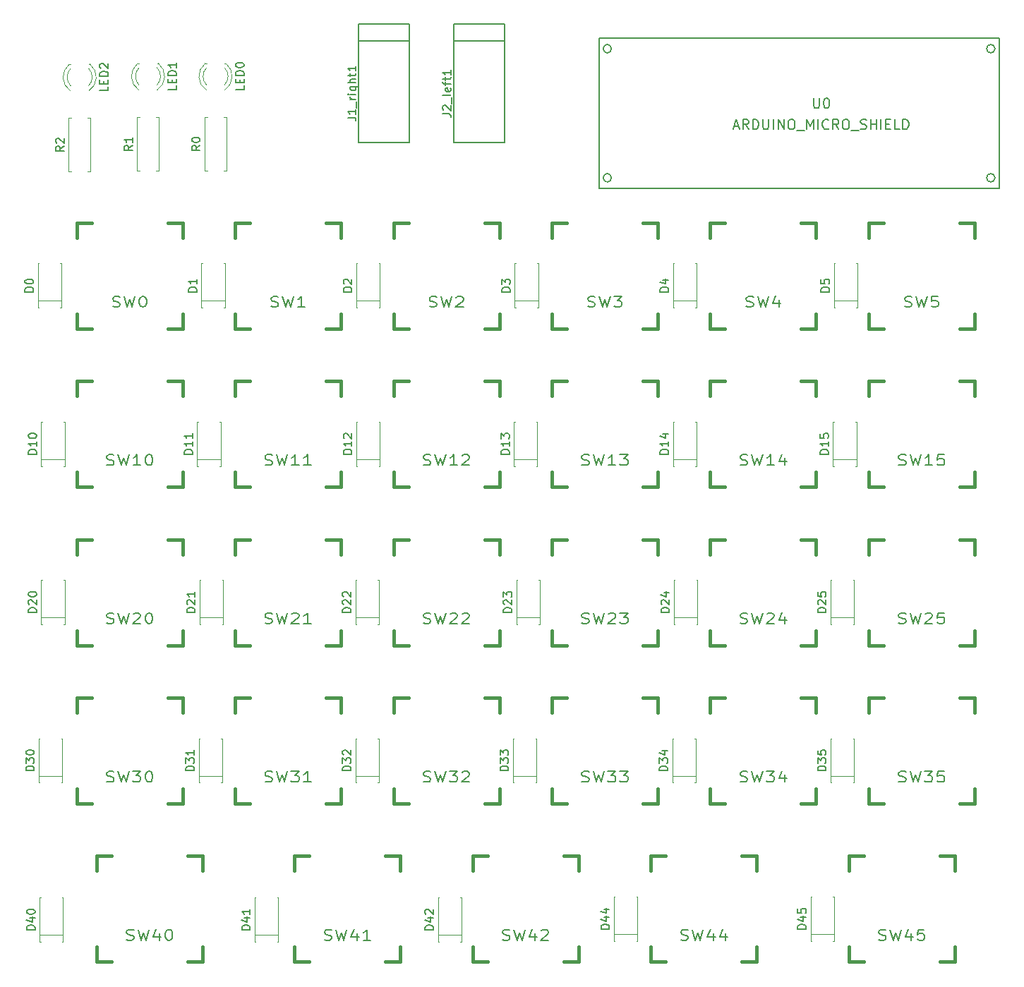
<source format=gto>
G04 #@! TF.FileFunction,Legend,Top*
%FSLAX46Y46*%
G04 Gerber Fmt 4.6, Leading zero omitted, Abs format (unit mm)*
G04 Created by KiCad (PCBNEW 4.0.1-stable) date 2018/06/12 22:38:53*
%MOMM*%
G01*
G04 APERTURE LIST*
%ADD10C,0.100000*%
%ADD11C,0.120000*%
%ADD12C,0.381000*%
%ADD13C,0.150000*%
%ADD14C,0.203200*%
G04 APERTURE END LIST*
D10*
D11*
X39520000Y-72850000D02*
X39390000Y-72850000D01*
X39390000Y-72850000D02*
X39390000Y-67530000D01*
X39390000Y-67530000D02*
X39520000Y-67530000D01*
X42080000Y-72850000D02*
X42210000Y-72850000D01*
X42210000Y-72850000D02*
X42210000Y-67530000D01*
X42210000Y-67530000D02*
X42080000Y-67530000D01*
X39390000Y-72010000D02*
X42210000Y-72010000D01*
X58220000Y-72850000D02*
X58090000Y-72850000D01*
X58090000Y-72850000D02*
X58090000Y-67530000D01*
X58090000Y-67530000D02*
X58220000Y-67530000D01*
X60780000Y-72850000D02*
X60910000Y-72850000D01*
X60910000Y-72850000D02*
X60910000Y-67530000D01*
X60910000Y-67530000D02*
X60780000Y-67530000D01*
X58090000Y-72010000D02*
X60910000Y-72010000D01*
X77320000Y-72850000D02*
X77190000Y-72850000D01*
X77190000Y-72850000D02*
X77190000Y-67530000D01*
X77190000Y-67530000D02*
X77320000Y-67530000D01*
X79880000Y-72850000D02*
X80010000Y-72850000D01*
X80010000Y-72850000D02*
X80010000Y-67530000D01*
X80010000Y-67530000D02*
X79880000Y-67530000D01*
X77190000Y-72010000D02*
X80010000Y-72010000D01*
X96220000Y-72850000D02*
X96090000Y-72850000D01*
X96090000Y-72850000D02*
X96090000Y-67530000D01*
X96090000Y-67530000D02*
X96220000Y-67530000D01*
X98780000Y-72850000D02*
X98910000Y-72850000D01*
X98910000Y-72850000D02*
X98910000Y-67530000D01*
X98910000Y-67530000D02*
X98780000Y-67530000D01*
X96090000Y-72010000D02*
X98910000Y-72010000D01*
X115320000Y-72850000D02*
X115190000Y-72850000D01*
X115190000Y-72850000D02*
X115190000Y-67530000D01*
X115190000Y-67530000D02*
X115320000Y-67530000D01*
X117880000Y-72850000D02*
X118010000Y-72850000D01*
X118010000Y-72850000D02*
X118010000Y-67530000D01*
X118010000Y-67530000D02*
X117880000Y-67530000D01*
X115190000Y-72010000D02*
X118010000Y-72010000D01*
X134520000Y-72850000D02*
X134390000Y-72850000D01*
X134390000Y-72850000D02*
X134390000Y-67530000D01*
X134390000Y-67530000D02*
X134520000Y-67530000D01*
X137080000Y-72850000D02*
X137210000Y-72850000D01*
X137210000Y-72850000D02*
X137210000Y-67530000D01*
X137210000Y-67530000D02*
X137080000Y-67530000D01*
X134390000Y-72010000D02*
X137210000Y-72010000D01*
X39520000Y-91850000D02*
X39390000Y-91850000D01*
X39390000Y-91850000D02*
X39390000Y-86530000D01*
X39390000Y-86530000D02*
X39520000Y-86530000D01*
X42080000Y-91850000D02*
X42210000Y-91850000D01*
X42210000Y-91850000D02*
X42210000Y-86530000D01*
X42210000Y-86530000D02*
X42080000Y-86530000D01*
X39390000Y-91010000D02*
X42210000Y-91010000D01*
X58520000Y-91850000D02*
X58390000Y-91850000D01*
X58390000Y-91850000D02*
X58390000Y-86530000D01*
X58390000Y-86530000D02*
X58520000Y-86530000D01*
X61080000Y-91850000D02*
X61210000Y-91850000D01*
X61210000Y-91850000D02*
X61210000Y-86530000D01*
X61210000Y-86530000D02*
X61080000Y-86530000D01*
X58390000Y-91010000D02*
X61210000Y-91010000D01*
X77220000Y-91850000D02*
X77090000Y-91850000D01*
X77090000Y-91850000D02*
X77090000Y-86530000D01*
X77090000Y-86530000D02*
X77220000Y-86530000D01*
X79780000Y-91850000D02*
X79910000Y-91850000D01*
X79910000Y-91850000D02*
X79910000Y-86530000D01*
X79910000Y-86530000D02*
X79780000Y-86530000D01*
X77090000Y-91010000D02*
X79910000Y-91010000D01*
X96520000Y-91850000D02*
X96390000Y-91850000D01*
X96390000Y-91850000D02*
X96390000Y-86530000D01*
X96390000Y-86530000D02*
X96520000Y-86530000D01*
X99080000Y-91850000D02*
X99210000Y-91850000D01*
X99210000Y-91850000D02*
X99210000Y-86530000D01*
X99210000Y-86530000D02*
X99080000Y-86530000D01*
X96390000Y-91010000D02*
X99210000Y-91010000D01*
X115420000Y-91850000D02*
X115290000Y-91850000D01*
X115290000Y-91850000D02*
X115290000Y-86530000D01*
X115290000Y-86530000D02*
X115420000Y-86530000D01*
X117980000Y-91850000D02*
X118110000Y-91850000D01*
X118110000Y-91850000D02*
X118110000Y-86530000D01*
X118110000Y-86530000D02*
X117980000Y-86530000D01*
X115290000Y-91010000D02*
X118110000Y-91010000D01*
X134220000Y-91850000D02*
X134090000Y-91850000D01*
X134090000Y-91850000D02*
X134090000Y-86530000D01*
X134090000Y-86530000D02*
X134220000Y-86530000D01*
X136780000Y-91850000D02*
X136910000Y-91850000D01*
X136910000Y-91850000D02*
X136910000Y-86530000D01*
X136910000Y-86530000D02*
X136780000Y-86530000D01*
X134090000Y-91010000D02*
X136910000Y-91010000D01*
X39220000Y-110850000D02*
X39090000Y-110850000D01*
X39090000Y-110850000D02*
X39090000Y-105530000D01*
X39090000Y-105530000D02*
X39220000Y-105530000D01*
X41780000Y-110850000D02*
X41910000Y-110850000D01*
X41910000Y-110850000D02*
X41910000Y-105530000D01*
X41910000Y-105530000D02*
X41780000Y-105530000D01*
X39090000Y-110010000D02*
X41910000Y-110010000D01*
X58420000Y-110850000D02*
X58290000Y-110850000D01*
X58290000Y-110850000D02*
X58290000Y-105530000D01*
X58290000Y-105530000D02*
X58420000Y-105530000D01*
X60980000Y-110850000D02*
X61110000Y-110850000D01*
X61110000Y-110850000D02*
X61110000Y-105530000D01*
X61110000Y-105530000D02*
X60980000Y-105530000D01*
X58290000Y-110010000D02*
X61110000Y-110010000D01*
X77220000Y-110850000D02*
X77090000Y-110850000D01*
X77090000Y-110850000D02*
X77090000Y-105530000D01*
X77090000Y-105530000D02*
X77220000Y-105530000D01*
X79780000Y-110850000D02*
X79910000Y-110850000D01*
X79910000Y-110850000D02*
X79910000Y-105530000D01*
X79910000Y-105530000D02*
X79780000Y-105530000D01*
X77090000Y-110010000D02*
X79910000Y-110010000D01*
X96120000Y-110850000D02*
X95990000Y-110850000D01*
X95990000Y-110850000D02*
X95990000Y-105530000D01*
X95990000Y-105530000D02*
X96120000Y-105530000D01*
X98680000Y-110850000D02*
X98810000Y-110850000D01*
X98810000Y-110850000D02*
X98810000Y-105530000D01*
X98810000Y-105530000D02*
X98680000Y-105530000D01*
X95990000Y-110010000D02*
X98810000Y-110010000D01*
X115220000Y-110850000D02*
X115090000Y-110850000D01*
X115090000Y-110850000D02*
X115090000Y-105530000D01*
X115090000Y-105530000D02*
X115220000Y-105530000D01*
X117780000Y-110850000D02*
X117910000Y-110850000D01*
X117910000Y-110850000D02*
X117910000Y-105530000D01*
X117910000Y-105530000D02*
X117780000Y-105530000D01*
X115090000Y-110010000D02*
X117910000Y-110010000D01*
X134220000Y-110850000D02*
X134090000Y-110850000D01*
X134090000Y-110850000D02*
X134090000Y-105530000D01*
X134090000Y-105530000D02*
X134220000Y-105530000D01*
X136780000Y-110850000D02*
X136910000Y-110850000D01*
X136910000Y-110850000D02*
X136910000Y-105530000D01*
X136910000Y-105530000D02*
X136780000Y-105530000D01*
X134090000Y-110010000D02*
X136910000Y-110010000D01*
X39320000Y-129950000D02*
X39190000Y-129950000D01*
X39190000Y-129950000D02*
X39190000Y-124630000D01*
X39190000Y-124630000D02*
X39320000Y-124630000D01*
X41880000Y-129950000D02*
X42010000Y-129950000D01*
X42010000Y-129950000D02*
X42010000Y-124630000D01*
X42010000Y-124630000D02*
X41880000Y-124630000D01*
X39190000Y-129110000D02*
X42010000Y-129110000D01*
X65120000Y-129950000D02*
X64990000Y-129950000D01*
X64990000Y-129950000D02*
X64990000Y-124630000D01*
X64990000Y-124630000D02*
X65120000Y-124630000D01*
X67680000Y-129950000D02*
X67810000Y-129950000D01*
X67810000Y-129950000D02*
X67810000Y-124630000D01*
X67810000Y-124630000D02*
X67680000Y-124630000D01*
X64990000Y-129110000D02*
X67810000Y-129110000D01*
X87120000Y-129950000D02*
X86990000Y-129950000D01*
X86990000Y-129950000D02*
X86990000Y-124630000D01*
X86990000Y-124630000D02*
X87120000Y-124630000D01*
X89680000Y-129950000D02*
X89810000Y-129950000D01*
X89810000Y-129950000D02*
X89810000Y-124630000D01*
X89810000Y-124630000D02*
X89680000Y-124630000D01*
X86990000Y-129110000D02*
X89810000Y-129110000D01*
D12*
X43650000Y-62650000D02*
X45428000Y-62650000D01*
X54572000Y-62650000D02*
X56350000Y-62650000D01*
X56350000Y-62650000D02*
X56350000Y-64428000D01*
X56350000Y-73572000D02*
X56350000Y-75350000D01*
X56350000Y-75350000D02*
X54572000Y-75350000D01*
X45428000Y-75350000D02*
X43650000Y-75350000D01*
X43650000Y-75350000D02*
X43650000Y-73572000D01*
X43650000Y-64428000D02*
X43650000Y-62650000D01*
X62650000Y-62650000D02*
X64428000Y-62650000D01*
X73572000Y-62650000D02*
X75350000Y-62650000D01*
X75350000Y-62650000D02*
X75350000Y-64428000D01*
X75350000Y-73572000D02*
X75350000Y-75350000D01*
X75350000Y-75350000D02*
X73572000Y-75350000D01*
X64428000Y-75350000D02*
X62650000Y-75350000D01*
X62650000Y-75350000D02*
X62650000Y-73572000D01*
X62650000Y-64428000D02*
X62650000Y-62650000D01*
X81650000Y-62650000D02*
X83428000Y-62650000D01*
X92572000Y-62650000D02*
X94350000Y-62650000D01*
X94350000Y-62650000D02*
X94350000Y-64428000D01*
X94350000Y-73572000D02*
X94350000Y-75350000D01*
X94350000Y-75350000D02*
X92572000Y-75350000D01*
X83428000Y-75350000D02*
X81650000Y-75350000D01*
X81650000Y-75350000D02*
X81650000Y-73572000D01*
X81650000Y-64428000D02*
X81650000Y-62650000D01*
X100650000Y-62650000D02*
X102428000Y-62650000D01*
X111572000Y-62650000D02*
X113350000Y-62650000D01*
X113350000Y-62650000D02*
X113350000Y-64428000D01*
X113350000Y-73572000D02*
X113350000Y-75350000D01*
X113350000Y-75350000D02*
X111572000Y-75350000D01*
X102428000Y-75350000D02*
X100650000Y-75350000D01*
X100650000Y-75350000D02*
X100650000Y-73572000D01*
X100650000Y-64428000D02*
X100650000Y-62650000D01*
X119650000Y-62650000D02*
X121428000Y-62650000D01*
X130572000Y-62650000D02*
X132350000Y-62650000D01*
X132350000Y-62650000D02*
X132350000Y-64428000D01*
X132350000Y-73572000D02*
X132350000Y-75350000D01*
X132350000Y-75350000D02*
X130572000Y-75350000D01*
X121428000Y-75350000D02*
X119650000Y-75350000D01*
X119650000Y-75350000D02*
X119650000Y-73572000D01*
X119650000Y-64428000D02*
X119650000Y-62650000D01*
X138650000Y-62650000D02*
X140428000Y-62650000D01*
X149572000Y-62650000D02*
X151350000Y-62650000D01*
X151350000Y-62650000D02*
X151350000Y-64428000D01*
X151350000Y-73572000D02*
X151350000Y-75350000D01*
X151350000Y-75350000D02*
X149572000Y-75350000D01*
X140428000Y-75350000D02*
X138650000Y-75350000D01*
X138650000Y-75350000D02*
X138650000Y-73572000D01*
X138650000Y-64428000D02*
X138650000Y-62650000D01*
X43650000Y-81650000D02*
X45428000Y-81650000D01*
X54572000Y-81650000D02*
X56350000Y-81650000D01*
X56350000Y-81650000D02*
X56350000Y-83428000D01*
X56350000Y-92572000D02*
X56350000Y-94350000D01*
X56350000Y-94350000D02*
X54572000Y-94350000D01*
X45428000Y-94350000D02*
X43650000Y-94350000D01*
X43650000Y-94350000D02*
X43650000Y-92572000D01*
X43650000Y-83428000D02*
X43650000Y-81650000D01*
X62650000Y-81650000D02*
X64428000Y-81650000D01*
X73572000Y-81650000D02*
X75350000Y-81650000D01*
X75350000Y-81650000D02*
X75350000Y-83428000D01*
X75350000Y-92572000D02*
X75350000Y-94350000D01*
X75350000Y-94350000D02*
X73572000Y-94350000D01*
X64428000Y-94350000D02*
X62650000Y-94350000D01*
X62650000Y-94350000D02*
X62650000Y-92572000D01*
X62650000Y-83428000D02*
X62650000Y-81650000D01*
X81650000Y-81650000D02*
X83428000Y-81650000D01*
X92572000Y-81650000D02*
X94350000Y-81650000D01*
X94350000Y-81650000D02*
X94350000Y-83428000D01*
X94350000Y-92572000D02*
X94350000Y-94350000D01*
X94350000Y-94350000D02*
X92572000Y-94350000D01*
X83428000Y-94350000D02*
X81650000Y-94350000D01*
X81650000Y-94350000D02*
X81650000Y-92572000D01*
X81650000Y-83428000D02*
X81650000Y-81650000D01*
X100650000Y-81650000D02*
X102428000Y-81650000D01*
X111572000Y-81650000D02*
X113350000Y-81650000D01*
X113350000Y-81650000D02*
X113350000Y-83428000D01*
X113350000Y-92572000D02*
X113350000Y-94350000D01*
X113350000Y-94350000D02*
X111572000Y-94350000D01*
X102428000Y-94350000D02*
X100650000Y-94350000D01*
X100650000Y-94350000D02*
X100650000Y-92572000D01*
X100650000Y-83428000D02*
X100650000Y-81650000D01*
X119650000Y-81650000D02*
X121428000Y-81650000D01*
X130572000Y-81650000D02*
X132350000Y-81650000D01*
X132350000Y-81650000D02*
X132350000Y-83428000D01*
X132350000Y-92572000D02*
X132350000Y-94350000D01*
X132350000Y-94350000D02*
X130572000Y-94350000D01*
X121428000Y-94350000D02*
X119650000Y-94350000D01*
X119650000Y-94350000D02*
X119650000Y-92572000D01*
X119650000Y-83428000D02*
X119650000Y-81650000D01*
X138650000Y-81650000D02*
X140428000Y-81650000D01*
X149572000Y-81650000D02*
X151350000Y-81650000D01*
X151350000Y-81650000D02*
X151350000Y-83428000D01*
X151350000Y-92572000D02*
X151350000Y-94350000D01*
X151350000Y-94350000D02*
X149572000Y-94350000D01*
X140428000Y-94350000D02*
X138650000Y-94350000D01*
X138650000Y-94350000D02*
X138650000Y-92572000D01*
X138650000Y-83428000D02*
X138650000Y-81650000D01*
X43650000Y-100650000D02*
X45428000Y-100650000D01*
X54572000Y-100650000D02*
X56350000Y-100650000D01*
X56350000Y-100650000D02*
X56350000Y-102428000D01*
X56350000Y-111572000D02*
X56350000Y-113350000D01*
X56350000Y-113350000D02*
X54572000Y-113350000D01*
X45428000Y-113350000D02*
X43650000Y-113350000D01*
X43650000Y-113350000D02*
X43650000Y-111572000D01*
X43650000Y-102428000D02*
X43650000Y-100650000D01*
X62650000Y-100650000D02*
X64428000Y-100650000D01*
X73572000Y-100650000D02*
X75350000Y-100650000D01*
X75350000Y-100650000D02*
X75350000Y-102428000D01*
X75350000Y-111572000D02*
X75350000Y-113350000D01*
X75350000Y-113350000D02*
X73572000Y-113350000D01*
X64428000Y-113350000D02*
X62650000Y-113350000D01*
X62650000Y-113350000D02*
X62650000Y-111572000D01*
X62650000Y-102428000D02*
X62650000Y-100650000D01*
X81650000Y-100650000D02*
X83428000Y-100650000D01*
X92572000Y-100650000D02*
X94350000Y-100650000D01*
X94350000Y-100650000D02*
X94350000Y-102428000D01*
X94350000Y-111572000D02*
X94350000Y-113350000D01*
X94350000Y-113350000D02*
X92572000Y-113350000D01*
X83428000Y-113350000D02*
X81650000Y-113350000D01*
X81650000Y-113350000D02*
X81650000Y-111572000D01*
X81650000Y-102428000D02*
X81650000Y-100650000D01*
X100650000Y-100650000D02*
X102428000Y-100650000D01*
X111572000Y-100650000D02*
X113350000Y-100650000D01*
X113350000Y-100650000D02*
X113350000Y-102428000D01*
X113350000Y-111572000D02*
X113350000Y-113350000D01*
X113350000Y-113350000D02*
X111572000Y-113350000D01*
X102428000Y-113350000D02*
X100650000Y-113350000D01*
X100650000Y-113350000D02*
X100650000Y-111572000D01*
X100650000Y-102428000D02*
X100650000Y-100650000D01*
X119650000Y-100650000D02*
X121428000Y-100650000D01*
X130572000Y-100650000D02*
X132350000Y-100650000D01*
X132350000Y-100650000D02*
X132350000Y-102428000D01*
X132350000Y-111572000D02*
X132350000Y-113350000D01*
X132350000Y-113350000D02*
X130572000Y-113350000D01*
X121428000Y-113350000D02*
X119650000Y-113350000D01*
X119650000Y-113350000D02*
X119650000Y-111572000D01*
X119650000Y-102428000D02*
X119650000Y-100650000D01*
X138650000Y-100650000D02*
X140428000Y-100650000D01*
X149572000Y-100650000D02*
X151350000Y-100650000D01*
X151350000Y-100650000D02*
X151350000Y-102428000D01*
X151350000Y-111572000D02*
X151350000Y-113350000D01*
X151350000Y-113350000D02*
X149572000Y-113350000D01*
X140428000Y-113350000D02*
X138650000Y-113350000D01*
X138650000Y-113350000D02*
X138650000Y-111572000D01*
X138650000Y-102428000D02*
X138650000Y-100650000D01*
X46025000Y-119650000D02*
X47803000Y-119650000D01*
X56947000Y-119650000D02*
X58725000Y-119650000D01*
X58725000Y-119650000D02*
X58725000Y-121428000D01*
X58725000Y-130572000D02*
X58725000Y-132350000D01*
X58725000Y-132350000D02*
X56947000Y-132350000D01*
X47803000Y-132350000D02*
X46025000Y-132350000D01*
X46025000Y-132350000D02*
X46025000Y-130572000D01*
X46025000Y-121428000D02*
X46025000Y-119650000D01*
X69775000Y-119650000D02*
X71553000Y-119650000D01*
X80697000Y-119650000D02*
X82475000Y-119650000D01*
X82475000Y-119650000D02*
X82475000Y-121428000D01*
X82475000Y-130572000D02*
X82475000Y-132350000D01*
X82475000Y-132350000D02*
X80697000Y-132350000D01*
X71553000Y-132350000D02*
X69775000Y-132350000D01*
X69775000Y-132350000D02*
X69775000Y-130572000D01*
X69775000Y-121428000D02*
X69775000Y-119650000D01*
D13*
X107800000Y-38246000D02*
G75*
G03X107800000Y-38246000I-500000J0D01*
G01*
X107800000Y-22754000D02*
G75*
G03X107800000Y-22754000I-500000J0D01*
G01*
X153800000Y-38246000D02*
G75*
G03X153800000Y-38246000I-500000J0D01*
G01*
X153800000Y-22754000D02*
G75*
G03X153800000Y-22754000I-500000J0D01*
G01*
X106300000Y-21500000D02*
X154300000Y-21500000D01*
X154300000Y-21500000D02*
X154300000Y-39500000D01*
X154300000Y-39500000D02*
X106300000Y-39500000D01*
X106300000Y-39500000D02*
X106300000Y-21500000D01*
D11*
X39120000Y-53850000D02*
X38990000Y-53850000D01*
X38990000Y-53850000D02*
X38990000Y-48530000D01*
X38990000Y-48530000D02*
X39120000Y-48530000D01*
X41680000Y-53850000D02*
X41810000Y-53850000D01*
X41810000Y-53850000D02*
X41810000Y-48530000D01*
X41810000Y-48530000D02*
X41680000Y-48530000D01*
X38990000Y-53010000D02*
X41810000Y-53010000D01*
X58720000Y-53850000D02*
X58590000Y-53850000D01*
X58590000Y-53850000D02*
X58590000Y-48530000D01*
X58590000Y-48530000D02*
X58720000Y-48530000D01*
X61280000Y-53850000D02*
X61410000Y-53850000D01*
X61410000Y-53850000D02*
X61410000Y-48530000D01*
X61410000Y-48530000D02*
X61280000Y-48530000D01*
X58590000Y-53010000D02*
X61410000Y-53010000D01*
X77320000Y-53850000D02*
X77190000Y-53850000D01*
X77190000Y-53850000D02*
X77190000Y-48530000D01*
X77190000Y-48530000D02*
X77320000Y-48530000D01*
X79880000Y-53850000D02*
X80010000Y-53850000D01*
X80010000Y-53850000D02*
X80010000Y-48530000D01*
X80010000Y-48530000D02*
X79880000Y-48530000D01*
X77190000Y-53010000D02*
X80010000Y-53010000D01*
X96320000Y-53850000D02*
X96190000Y-53850000D01*
X96190000Y-53850000D02*
X96190000Y-48530000D01*
X96190000Y-48530000D02*
X96320000Y-48530000D01*
X98880000Y-53850000D02*
X99010000Y-53850000D01*
X99010000Y-53850000D02*
X99010000Y-48530000D01*
X99010000Y-48530000D02*
X98880000Y-48530000D01*
X96190000Y-53010000D02*
X99010000Y-53010000D01*
X115320000Y-53850000D02*
X115190000Y-53850000D01*
X115190000Y-53850000D02*
X115190000Y-48530000D01*
X115190000Y-48530000D02*
X115320000Y-48530000D01*
X117880000Y-53850000D02*
X118010000Y-53850000D01*
X118010000Y-53850000D02*
X118010000Y-48530000D01*
X118010000Y-48530000D02*
X117880000Y-48530000D01*
X115190000Y-53010000D02*
X118010000Y-53010000D01*
X134620000Y-53850000D02*
X134490000Y-53850000D01*
X134490000Y-53850000D02*
X134490000Y-48530000D01*
X134490000Y-48530000D02*
X134620000Y-48530000D01*
X137180000Y-53850000D02*
X137310000Y-53850000D01*
X137310000Y-53850000D02*
X137310000Y-48530000D01*
X137310000Y-48530000D02*
X137180000Y-48530000D01*
X134490000Y-53010000D02*
X137310000Y-53010000D01*
X108220000Y-129850000D02*
X108090000Y-129850000D01*
X108090000Y-129850000D02*
X108090000Y-124530000D01*
X108090000Y-124530000D02*
X108220000Y-124530000D01*
X110780000Y-129850000D02*
X110910000Y-129850000D01*
X110910000Y-129850000D02*
X110910000Y-124530000D01*
X110910000Y-124530000D02*
X110780000Y-124530000D01*
X108090000Y-129010000D02*
X110910000Y-129010000D01*
X131820000Y-129850000D02*
X131690000Y-129850000D01*
X131690000Y-129850000D02*
X131690000Y-124530000D01*
X131690000Y-124530000D02*
X131820000Y-124530000D01*
X134380000Y-129850000D02*
X134510000Y-129850000D01*
X134510000Y-129850000D02*
X134510000Y-124530000D01*
X134510000Y-124530000D02*
X134380000Y-124530000D01*
X131690000Y-129010000D02*
X134510000Y-129010000D01*
D13*
X77450000Y-20850000D02*
X77450000Y-19800000D01*
X83550000Y-20850000D02*
X83550000Y-19800000D01*
X83550000Y-21900000D02*
X83550000Y-20900000D01*
X83550000Y-19800000D02*
X77450000Y-19800000D01*
X77450000Y-20900000D02*
X77450000Y-21900000D01*
X77450000Y-21900000D02*
X77450000Y-34000000D01*
X83550000Y-21900000D02*
X83550000Y-34000000D01*
X83550000Y-21800000D02*
X77450000Y-21800000D01*
X77450000Y-34000000D02*
X83550000Y-34000000D01*
X88850000Y-20850000D02*
X88850000Y-19800000D01*
X94950000Y-20850000D02*
X94950000Y-19800000D01*
X94950000Y-21900000D02*
X94950000Y-20900000D01*
X94950000Y-19800000D02*
X88850000Y-19800000D01*
X88850000Y-20900000D02*
X88850000Y-21900000D01*
X88850000Y-21900000D02*
X88850000Y-34000000D01*
X94950000Y-21900000D02*
X94950000Y-34000000D01*
X94950000Y-21800000D02*
X88850000Y-21800000D01*
X88850000Y-34000000D02*
X94950000Y-34000000D01*
D12*
X43650000Y-43650000D02*
X45428000Y-43650000D01*
X54572000Y-43650000D02*
X56350000Y-43650000D01*
X56350000Y-43650000D02*
X56350000Y-45428000D01*
X56350000Y-54572000D02*
X56350000Y-56350000D01*
X56350000Y-56350000D02*
X54572000Y-56350000D01*
X45428000Y-56350000D02*
X43650000Y-56350000D01*
X43650000Y-56350000D02*
X43650000Y-54572000D01*
X43650000Y-45428000D02*
X43650000Y-43650000D01*
X62650000Y-43650000D02*
X64428000Y-43650000D01*
X73572000Y-43650000D02*
X75350000Y-43650000D01*
X75350000Y-43650000D02*
X75350000Y-45428000D01*
X75350000Y-54572000D02*
X75350000Y-56350000D01*
X75350000Y-56350000D02*
X73572000Y-56350000D01*
X64428000Y-56350000D02*
X62650000Y-56350000D01*
X62650000Y-56350000D02*
X62650000Y-54572000D01*
X62650000Y-45428000D02*
X62650000Y-43650000D01*
X81650000Y-43650000D02*
X83428000Y-43650000D01*
X92572000Y-43650000D02*
X94350000Y-43650000D01*
X94350000Y-43650000D02*
X94350000Y-45428000D01*
X94350000Y-54572000D02*
X94350000Y-56350000D01*
X94350000Y-56350000D02*
X92572000Y-56350000D01*
X83428000Y-56350000D02*
X81650000Y-56350000D01*
X81650000Y-56350000D02*
X81650000Y-54572000D01*
X81650000Y-45428000D02*
X81650000Y-43650000D01*
X100650000Y-43650000D02*
X102428000Y-43650000D01*
X111572000Y-43650000D02*
X113350000Y-43650000D01*
X113350000Y-43650000D02*
X113350000Y-45428000D01*
X113350000Y-54572000D02*
X113350000Y-56350000D01*
X113350000Y-56350000D02*
X111572000Y-56350000D01*
X102428000Y-56350000D02*
X100650000Y-56350000D01*
X100650000Y-56350000D02*
X100650000Y-54572000D01*
X100650000Y-45428000D02*
X100650000Y-43650000D01*
X119650000Y-43650000D02*
X121428000Y-43650000D01*
X130572000Y-43650000D02*
X132350000Y-43650000D01*
X132350000Y-43650000D02*
X132350000Y-45428000D01*
X132350000Y-54572000D02*
X132350000Y-56350000D01*
X132350000Y-56350000D02*
X130572000Y-56350000D01*
X121428000Y-56350000D02*
X119650000Y-56350000D01*
X119650000Y-56350000D02*
X119650000Y-54572000D01*
X119650000Y-45428000D02*
X119650000Y-43650000D01*
X138650000Y-43650000D02*
X140428000Y-43650000D01*
X149572000Y-43650000D02*
X151350000Y-43650000D01*
X151350000Y-43650000D02*
X151350000Y-45428000D01*
X151350000Y-54572000D02*
X151350000Y-56350000D01*
X151350000Y-56350000D02*
X149572000Y-56350000D01*
X140428000Y-56350000D02*
X138650000Y-56350000D01*
X138650000Y-56350000D02*
X138650000Y-54572000D01*
X138650000Y-45428000D02*
X138650000Y-43650000D01*
X91150000Y-119650000D02*
X92928000Y-119650000D01*
X102072000Y-119650000D02*
X103850000Y-119650000D01*
X103850000Y-119650000D02*
X103850000Y-121428000D01*
X103850000Y-130572000D02*
X103850000Y-132350000D01*
X103850000Y-132350000D02*
X102072000Y-132350000D01*
X92928000Y-132350000D02*
X91150000Y-132350000D01*
X91150000Y-132350000D02*
X91150000Y-130572000D01*
X91150000Y-121428000D02*
X91150000Y-119650000D01*
X112525000Y-119650000D02*
X114303000Y-119650000D01*
X123447000Y-119650000D02*
X125225000Y-119650000D01*
X125225000Y-119650000D02*
X125225000Y-121428000D01*
X125225000Y-130572000D02*
X125225000Y-132350000D01*
X125225000Y-132350000D02*
X123447000Y-132350000D01*
X114303000Y-132350000D02*
X112525000Y-132350000D01*
X112525000Y-132350000D02*
X112525000Y-130572000D01*
X112525000Y-121428000D02*
X112525000Y-119650000D01*
X136275000Y-119650000D02*
X138053000Y-119650000D01*
X147197000Y-119650000D02*
X148975000Y-119650000D01*
X148975000Y-119650000D02*
X148975000Y-121428000D01*
X148975000Y-130572000D02*
X148975000Y-132350000D01*
X148975000Y-132350000D02*
X147197000Y-132350000D01*
X138053000Y-132350000D02*
X136275000Y-132350000D01*
X136275000Y-132350000D02*
X136275000Y-130572000D01*
X136275000Y-121428000D02*
X136275000Y-119650000D01*
D11*
X61378608Y-27742335D02*
G75*
G03X61535516Y-24510000I-1078608J1672335D01*
G01*
X59221392Y-27742335D02*
G75*
G02X59064484Y-24510000I1078608J1672335D01*
G01*
X61379837Y-27111130D02*
G75*
G03X61380000Y-25029039I-1079837J1041130D01*
G01*
X59220163Y-27111130D02*
G75*
G02X59220000Y-25029039I1079837J1041130D01*
G01*
X61536000Y-24510000D02*
X61380000Y-24510000D01*
X59220000Y-24510000D02*
X59064000Y-24510000D01*
X53278608Y-27742335D02*
G75*
G03X53435516Y-24510000I-1078608J1672335D01*
G01*
X51121392Y-27742335D02*
G75*
G02X50964484Y-24510000I1078608J1672335D01*
G01*
X53279837Y-27111130D02*
G75*
G03X53280000Y-25029039I-1079837J1041130D01*
G01*
X51120163Y-27111130D02*
G75*
G02X51120000Y-25029039I1079837J1041130D01*
G01*
X53436000Y-24510000D02*
X53280000Y-24510000D01*
X51120000Y-24510000D02*
X50964000Y-24510000D01*
X45078608Y-27842335D02*
G75*
G03X45235516Y-24610000I-1078608J1672335D01*
G01*
X42921392Y-27842335D02*
G75*
G02X42764484Y-24610000I1078608J1672335D01*
G01*
X45079837Y-27211130D02*
G75*
G03X45080000Y-25129039I-1079837J1041130D01*
G01*
X42920163Y-27211130D02*
G75*
G02X42920000Y-25129039I1079837J1041130D01*
G01*
X45236000Y-24610000D02*
X45080000Y-24610000D01*
X42920000Y-24610000D02*
X42764000Y-24610000D01*
X59320000Y-37400000D02*
X58990000Y-37400000D01*
X58990000Y-37400000D02*
X58990000Y-30980000D01*
X58990000Y-30980000D02*
X59320000Y-30980000D01*
X61280000Y-37400000D02*
X61610000Y-37400000D01*
X61610000Y-37400000D02*
X61610000Y-30980000D01*
X61610000Y-30980000D02*
X61280000Y-30980000D01*
X51220000Y-37400000D02*
X50890000Y-37400000D01*
X50890000Y-37400000D02*
X50890000Y-30980000D01*
X50890000Y-30980000D02*
X51220000Y-30980000D01*
X53180000Y-37400000D02*
X53510000Y-37400000D01*
X53510000Y-37400000D02*
X53510000Y-30980000D01*
X53510000Y-30980000D02*
X53180000Y-30980000D01*
X43020000Y-37500000D02*
X42690000Y-37500000D01*
X42690000Y-37500000D02*
X42690000Y-31080000D01*
X42690000Y-31080000D02*
X43020000Y-31080000D01*
X44980000Y-37500000D02*
X45310000Y-37500000D01*
X45310000Y-37500000D02*
X45310000Y-31080000D01*
X45310000Y-31080000D02*
X44980000Y-31080000D01*
D13*
X38842381Y-71404286D02*
X37842381Y-71404286D01*
X37842381Y-71166191D01*
X37890000Y-71023333D01*
X37985238Y-70928095D01*
X38080476Y-70880476D01*
X38270952Y-70832857D01*
X38413810Y-70832857D01*
X38604286Y-70880476D01*
X38699524Y-70928095D01*
X38794762Y-71023333D01*
X38842381Y-71166191D01*
X38842381Y-71404286D01*
X38842381Y-69880476D02*
X38842381Y-70451905D01*
X38842381Y-70166191D02*
X37842381Y-70166191D01*
X37985238Y-70261429D01*
X38080476Y-70356667D01*
X38128095Y-70451905D01*
X37842381Y-69261429D02*
X37842381Y-69166190D01*
X37890000Y-69070952D01*
X37937619Y-69023333D01*
X38032857Y-68975714D01*
X38223333Y-68928095D01*
X38461429Y-68928095D01*
X38651905Y-68975714D01*
X38747143Y-69023333D01*
X38794762Y-69070952D01*
X38842381Y-69166190D01*
X38842381Y-69261429D01*
X38794762Y-69356667D01*
X38747143Y-69404286D01*
X38651905Y-69451905D01*
X38461429Y-69499524D01*
X38223333Y-69499524D01*
X38032857Y-69451905D01*
X37937619Y-69404286D01*
X37890000Y-69356667D01*
X37842381Y-69261429D01*
X57542381Y-71404286D02*
X56542381Y-71404286D01*
X56542381Y-71166191D01*
X56590000Y-71023333D01*
X56685238Y-70928095D01*
X56780476Y-70880476D01*
X56970952Y-70832857D01*
X57113810Y-70832857D01*
X57304286Y-70880476D01*
X57399524Y-70928095D01*
X57494762Y-71023333D01*
X57542381Y-71166191D01*
X57542381Y-71404286D01*
X57542381Y-69880476D02*
X57542381Y-70451905D01*
X57542381Y-70166191D02*
X56542381Y-70166191D01*
X56685238Y-70261429D01*
X56780476Y-70356667D01*
X56828095Y-70451905D01*
X57542381Y-68928095D02*
X57542381Y-69499524D01*
X57542381Y-69213810D02*
X56542381Y-69213810D01*
X56685238Y-69309048D01*
X56780476Y-69404286D01*
X56828095Y-69499524D01*
X76642381Y-71404286D02*
X75642381Y-71404286D01*
X75642381Y-71166191D01*
X75690000Y-71023333D01*
X75785238Y-70928095D01*
X75880476Y-70880476D01*
X76070952Y-70832857D01*
X76213810Y-70832857D01*
X76404286Y-70880476D01*
X76499524Y-70928095D01*
X76594762Y-71023333D01*
X76642381Y-71166191D01*
X76642381Y-71404286D01*
X76642381Y-69880476D02*
X76642381Y-70451905D01*
X76642381Y-70166191D02*
X75642381Y-70166191D01*
X75785238Y-70261429D01*
X75880476Y-70356667D01*
X75928095Y-70451905D01*
X75737619Y-69499524D02*
X75690000Y-69451905D01*
X75642381Y-69356667D01*
X75642381Y-69118571D01*
X75690000Y-69023333D01*
X75737619Y-68975714D01*
X75832857Y-68928095D01*
X75928095Y-68928095D01*
X76070952Y-68975714D01*
X76642381Y-69547143D01*
X76642381Y-68928095D01*
X95542381Y-71404286D02*
X94542381Y-71404286D01*
X94542381Y-71166191D01*
X94590000Y-71023333D01*
X94685238Y-70928095D01*
X94780476Y-70880476D01*
X94970952Y-70832857D01*
X95113810Y-70832857D01*
X95304286Y-70880476D01*
X95399524Y-70928095D01*
X95494762Y-71023333D01*
X95542381Y-71166191D01*
X95542381Y-71404286D01*
X95542381Y-69880476D02*
X95542381Y-70451905D01*
X95542381Y-70166191D02*
X94542381Y-70166191D01*
X94685238Y-70261429D01*
X94780476Y-70356667D01*
X94828095Y-70451905D01*
X94542381Y-69547143D02*
X94542381Y-68928095D01*
X94923333Y-69261429D01*
X94923333Y-69118571D01*
X94970952Y-69023333D01*
X95018571Y-68975714D01*
X95113810Y-68928095D01*
X95351905Y-68928095D01*
X95447143Y-68975714D01*
X95494762Y-69023333D01*
X95542381Y-69118571D01*
X95542381Y-69404286D01*
X95494762Y-69499524D01*
X95447143Y-69547143D01*
X114642381Y-71404286D02*
X113642381Y-71404286D01*
X113642381Y-71166191D01*
X113690000Y-71023333D01*
X113785238Y-70928095D01*
X113880476Y-70880476D01*
X114070952Y-70832857D01*
X114213810Y-70832857D01*
X114404286Y-70880476D01*
X114499524Y-70928095D01*
X114594762Y-71023333D01*
X114642381Y-71166191D01*
X114642381Y-71404286D01*
X114642381Y-69880476D02*
X114642381Y-70451905D01*
X114642381Y-70166191D02*
X113642381Y-70166191D01*
X113785238Y-70261429D01*
X113880476Y-70356667D01*
X113928095Y-70451905D01*
X113975714Y-69023333D02*
X114642381Y-69023333D01*
X113594762Y-69261429D02*
X114309048Y-69499524D01*
X114309048Y-68880476D01*
X133842381Y-71404286D02*
X132842381Y-71404286D01*
X132842381Y-71166191D01*
X132890000Y-71023333D01*
X132985238Y-70928095D01*
X133080476Y-70880476D01*
X133270952Y-70832857D01*
X133413810Y-70832857D01*
X133604286Y-70880476D01*
X133699524Y-70928095D01*
X133794762Y-71023333D01*
X133842381Y-71166191D01*
X133842381Y-71404286D01*
X133842381Y-69880476D02*
X133842381Y-70451905D01*
X133842381Y-70166191D02*
X132842381Y-70166191D01*
X132985238Y-70261429D01*
X133080476Y-70356667D01*
X133128095Y-70451905D01*
X132842381Y-68975714D02*
X132842381Y-69451905D01*
X133318571Y-69499524D01*
X133270952Y-69451905D01*
X133223333Y-69356667D01*
X133223333Y-69118571D01*
X133270952Y-69023333D01*
X133318571Y-68975714D01*
X133413810Y-68928095D01*
X133651905Y-68928095D01*
X133747143Y-68975714D01*
X133794762Y-69023333D01*
X133842381Y-69118571D01*
X133842381Y-69356667D01*
X133794762Y-69451905D01*
X133747143Y-69499524D01*
X38842381Y-90404286D02*
X37842381Y-90404286D01*
X37842381Y-90166191D01*
X37890000Y-90023333D01*
X37985238Y-89928095D01*
X38080476Y-89880476D01*
X38270952Y-89832857D01*
X38413810Y-89832857D01*
X38604286Y-89880476D01*
X38699524Y-89928095D01*
X38794762Y-90023333D01*
X38842381Y-90166191D01*
X38842381Y-90404286D01*
X37937619Y-89451905D02*
X37890000Y-89404286D01*
X37842381Y-89309048D01*
X37842381Y-89070952D01*
X37890000Y-88975714D01*
X37937619Y-88928095D01*
X38032857Y-88880476D01*
X38128095Y-88880476D01*
X38270952Y-88928095D01*
X38842381Y-89499524D01*
X38842381Y-88880476D01*
X37842381Y-88261429D02*
X37842381Y-88166190D01*
X37890000Y-88070952D01*
X37937619Y-88023333D01*
X38032857Y-87975714D01*
X38223333Y-87928095D01*
X38461429Y-87928095D01*
X38651905Y-87975714D01*
X38747143Y-88023333D01*
X38794762Y-88070952D01*
X38842381Y-88166190D01*
X38842381Y-88261429D01*
X38794762Y-88356667D01*
X38747143Y-88404286D01*
X38651905Y-88451905D01*
X38461429Y-88499524D01*
X38223333Y-88499524D01*
X38032857Y-88451905D01*
X37937619Y-88404286D01*
X37890000Y-88356667D01*
X37842381Y-88261429D01*
X57842381Y-90404286D02*
X56842381Y-90404286D01*
X56842381Y-90166191D01*
X56890000Y-90023333D01*
X56985238Y-89928095D01*
X57080476Y-89880476D01*
X57270952Y-89832857D01*
X57413810Y-89832857D01*
X57604286Y-89880476D01*
X57699524Y-89928095D01*
X57794762Y-90023333D01*
X57842381Y-90166191D01*
X57842381Y-90404286D01*
X56937619Y-89451905D02*
X56890000Y-89404286D01*
X56842381Y-89309048D01*
X56842381Y-89070952D01*
X56890000Y-88975714D01*
X56937619Y-88928095D01*
X57032857Y-88880476D01*
X57128095Y-88880476D01*
X57270952Y-88928095D01*
X57842381Y-89499524D01*
X57842381Y-88880476D01*
X57842381Y-87928095D02*
X57842381Y-88499524D01*
X57842381Y-88213810D02*
X56842381Y-88213810D01*
X56985238Y-88309048D01*
X57080476Y-88404286D01*
X57128095Y-88499524D01*
X76542381Y-90404286D02*
X75542381Y-90404286D01*
X75542381Y-90166191D01*
X75590000Y-90023333D01*
X75685238Y-89928095D01*
X75780476Y-89880476D01*
X75970952Y-89832857D01*
X76113810Y-89832857D01*
X76304286Y-89880476D01*
X76399524Y-89928095D01*
X76494762Y-90023333D01*
X76542381Y-90166191D01*
X76542381Y-90404286D01*
X75637619Y-89451905D02*
X75590000Y-89404286D01*
X75542381Y-89309048D01*
X75542381Y-89070952D01*
X75590000Y-88975714D01*
X75637619Y-88928095D01*
X75732857Y-88880476D01*
X75828095Y-88880476D01*
X75970952Y-88928095D01*
X76542381Y-89499524D01*
X76542381Y-88880476D01*
X75637619Y-88499524D02*
X75590000Y-88451905D01*
X75542381Y-88356667D01*
X75542381Y-88118571D01*
X75590000Y-88023333D01*
X75637619Y-87975714D01*
X75732857Y-87928095D01*
X75828095Y-87928095D01*
X75970952Y-87975714D01*
X76542381Y-88547143D01*
X76542381Y-87928095D01*
X95842381Y-90404286D02*
X94842381Y-90404286D01*
X94842381Y-90166191D01*
X94890000Y-90023333D01*
X94985238Y-89928095D01*
X95080476Y-89880476D01*
X95270952Y-89832857D01*
X95413810Y-89832857D01*
X95604286Y-89880476D01*
X95699524Y-89928095D01*
X95794762Y-90023333D01*
X95842381Y-90166191D01*
X95842381Y-90404286D01*
X94937619Y-89451905D02*
X94890000Y-89404286D01*
X94842381Y-89309048D01*
X94842381Y-89070952D01*
X94890000Y-88975714D01*
X94937619Y-88928095D01*
X95032857Y-88880476D01*
X95128095Y-88880476D01*
X95270952Y-88928095D01*
X95842381Y-89499524D01*
X95842381Y-88880476D01*
X94842381Y-88547143D02*
X94842381Y-87928095D01*
X95223333Y-88261429D01*
X95223333Y-88118571D01*
X95270952Y-88023333D01*
X95318571Y-87975714D01*
X95413810Y-87928095D01*
X95651905Y-87928095D01*
X95747143Y-87975714D01*
X95794762Y-88023333D01*
X95842381Y-88118571D01*
X95842381Y-88404286D01*
X95794762Y-88499524D01*
X95747143Y-88547143D01*
X114742381Y-90404286D02*
X113742381Y-90404286D01*
X113742381Y-90166191D01*
X113790000Y-90023333D01*
X113885238Y-89928095D01*
X113980476Y-89880476D01*
X114170952Y-89832857D01*
X114313810Y-89832857D01*
X114504286Y-89880476D01*
X114599524Y-89928095D01*
X114694762Y-90023333D01*
X114742381Y-90166191D01*
X114742381Y-90404286D01*
X113837619Y-89451905D02*
X113790000Y-89404286D01*
X113742381Y-89309048D01*
X113742381Y-89070952D01*
X113790000Y-88975714D01*
X113837619Y-88928095D01*
X113932857Y-88880476D01*
X114028095Y-88880476D01*
X114170952Y-88928095D01*
X114742381Y-89499524D01*
X114742381Y-88880476D01*
X114075714Y-88023333D02*
X114742381Y-88023333D01*
X113694762Y-88261429D02*
X114409048Y-88499524D01*
X114409048Y-87880476D01*
X133542381Y-90404286D02*
X132542381Y-90404286D01*
X132542381Y-90166191D01*
X132590000Y-90023333D01*
X132685238Y-89928095D01*
X132780476Y-89880476D01*
X132970952Y-89832857D01*
X133113810Y-89832857D01*
X133304286Y-89880476D01*
X133399524Y-89928095D01*
X133494762Y-90023333D01*
X133542381Y-90166191D01*
X133542381Y-90404286D01*
X132637619Y-89451905D02*
X132590000Y-89404286D01*
X132542381Y-89309048D01*
X132542381Y-89070952D01*
X132590000Y-88975714D01*
X132637619Y-88928095D01*
X132732857Y-88880476D01*
X132828095Y-88880476D01*
X132970952Y-88928095D01*
X133542381Y-89499524D01*
X133542381Y-88880476D01*
X132542381Y-87975714D02*
X132542381Y-88451905D01*
X133018571Y-88499524D01*
X132970952Y-88451905D01*
X132923333Y-88356667D01*
X132923333Y-88118571D01*
X132970952Y-88023333D01*
X133018571Y-87975714D01*
X133113810Y-87928095D01*
X133351905Y-87928095D01*
X133447143Y-87975714D01*
X133494762Y-88023333D01*
X133542381Y-88118571D01*
X133542381Y-88356667D01*
X133494762Y-88451905D01*
X133447143Y-88499524D01*
X38542381Y-109404286D02*
X37542381Y-109404286D01*
X37542381Y-109166191D01*
X37590000Y-109023333D01*
X37685238Y-108928095D01*
X37780476Y-108880476D01*
X37970952Y-108832857D01*
X38113810Y-108832857D01*
X38304286Y-108880476D01*
X38399524Y-108928095D01*
X38494762Y-109023333D01*
X38542381Y-109166191D01*
X38542381Y-109404286D01*
X37542381Y-108499524D02*
X37542381Y-107880476D01*
X37923333Y-108213810D01*
X37923333Y-108070952D01*
X37970952Y-107975714D01*
X38018571Y-107928095D01*
X38113810Y-107880476D01*
X38351905Y-107880476D01*
X38447143Y-107928095D01*
X38494762Y-107975714D01*
X38542381Y-108070952D01*
X38542381Y-108356667D01*
X38494762Y-108451905D01*
X38447143Y-108499524D01*
X37542381Y-107261429D02*
X37542381Y-107166190D01*
X37590000Y-107070952D01*
X37637619Y-107023333D01*
X37732857Y-106975714D01*
X37923333Y-106928095D01*
X38161429Y-106928095D01*
X38351905Y-106975714D01*
X38447143Y-107023333D01*
X38494762Y-107070952D01*
X38542381Y-107166190D01*
X38542381Y-107261429D01*
X38494762Y-107356667D01*
X38447143Y-107404286D01*
X38351905Y-107451905D01*
X38161429Y-107499524D01*
X37923333Y-107499524D01*
X37732857Y-107451905D01*
X37637619Y-107404286D01*
X37590000Y-107356667D01*
X37542381Y-107261429D01*
X57742381Y-109404286D02*
X56742381Y-109404286D01*
X56742381Y-109166191D01*
X56790000Y-109023333D01*
X56885238Y-108928095D01*
X56980476Y-108880476D01*
X57170952Y-108832857D01*
X57313810Y-108832857D01*
X57504286Y-108880476D01*
X57599524Y-108928095D01*
X57694762Y-109023333D01*
X57742381Y-109166191D01*
X57742381Y-109404286D01*
X56742381Y-108499524D02*
X56742381Y-107880476D01*
X57123333Y-108213810D01*
X57123333Y-108070952D01*
X57170952Y-107975714D01*
X57218571Y-107928095D01*
X57313810Y-107880476D01*
X57551905Y-107880476D01*
X57647143Y-107928095D01*
X57694762Y-107975714D01*
X57742381Y-108070952D01*
X57742381Y-108356667D01*
X57694762Y-108451905D01*
X57647143Y-108499524D01*
X57742381Y-106928095D02*
X57742381Y-107499524D01*
X57742381Y-107213810D02*
X56742381Y-107213810D01*
X56885238Y-107309048D01*
X56980476Y-107404286D01*
X57028095Y-107499524D01*
X76542381Y-109404286D02*
X75542381Y-109404286D01*
X75542381Y-109166191D01*
X75590000Y-109023333D01*
X75685238Y-108928095D01*
X75780476Y-108880476D01*
X75970952Y-108832857D01*
X76113810Y-108832857D01*
X76304286Y-108880476D01*
X76399524Y-108928095D01*
X76494762Y-109023333D01*
X76542381Y-109166191D01*
X76542381Y-109404286D01*
X75542381Y-108499524D02*
X75542381Y-107880476D01*
X75923333Y-108213810D01*
X75923333Y-108070952D01*
X75970952Y-107975714D01*
X76018571Y-107928095D01*
X76113810Y-107880476D01*
X76351905Y-107880476D01*
X76447143Y-107928095D01*
X76494762Y-107975714D01*
X76542381Y-108070952D01*
X76542381Y-108356667D01*
X76494762Y-108451905D01*
X76447143Y-108499524D01*
X75637619Y-107499524D02*
X75590000Y-107451905D01*
X75542381Y-107356667D01*
X75542381Y-107118571D01*
X75590000Y-107023333D01*
X75637619Y-106975714D01*
X75732857Y-106928095D01*
X75828095Y-106928095D01*
X75970952Y-106975714D01*
X76542381Y-107547143D01*
X76542381Y-106928095D01*
X95442381Y-109404286D02*
X94442381Y-109404286D01*
X94442381Y-109166191D01*
X94490000Y-109023333D01*
X94585238Y-108928095D01*
X94680476Y-108880476D01*
X94870952Y-108832857D01*
X95013810Y-108832857D01*
X95204286Y-108880476D01*
X95299524Y-108928095D01*
X95394762Y-109023333D01*
X95442381Y-109166191D01*
X95442381Y-109404286D01*
X94442381Y-108499524D02*
X94442381Y-107880476D01*
X94823333Y-108213810D01*
X94823333Y-108070952D01*
X94870952Y-107975714D01*
X94918571Y-107928095D01*
X95013810Y-107880476D01*
X95251905Y-107880476D01*
X95347143Y-107928095D01*
X95394762Y-107975714D01*
X95442381Y-108070952D01*
X95442381Y-108356667D01*
X95394762Y-108451905D01*
X95347143Y-108499524D01*
X94442381Y-107547143D02*
X94442381Y-106928095D01*
X94823333Y-107261429D01*
X94823333Y-107118571D01*
X94870952Y-107023333D01*
X94918571Y-106975714D01*
X95013810Y-106928095D01*
X95251905Y-106928095D01*
X95347143Y-106975714D01*
X95394762Y-107023333D01*
X95442381Y-107118571D01*
X95442381Y-107404286D01*
X95394762Y-107499524D01*
X95347143Y-107547143D01*
X114542381Y-109404286D02*
X113542381Y-109404286D01*
X113542381Y-109166191D01*
X113590000Y-109023333D01*
X113685238Y-108928095D01*
X113780476Y-108880476D01*
X113970952Y-108832857D01*
X114113810Y-108832857D01*
X114304286Y-108880476D01*
X114399524Y-108928095D01*
X114494762Y-109023333D01*
X114542381Y-109166191D01*
X114542381Y-109404286D01*
X113542381Y-108499524D02*
X113542381Y-107880476D01*
X113923333Y-108213810D01*
X113923333Y-108070952D01*
X113970952Y-107975714D01*
X114018571Y-107928095D01*
X114113810Y-107880476D01*
X114351905Y-107880476D01*
X114447143Y-107928095D01*
X114494762Y-107975714D01*
X114542381Y-108070952D01*
X114542381Y-108356667D01*
X114494762Y-108451905D01*
X114447143Y-108499524D01*
X113875714Y-107023333D02*
X114542381Y-107023333D01*
X113494762Y-107261429D02*
X114209048Y-107499524D01*
X114209048Y-106880476D01*
X133542381Y-109404286D02*
X132542381Y-109404286D01*
X132542381Y-109166191D01*
X132590000Y-109023333D01*
X132685238Y-108928095D01*
X132780476Y-108880476D01*
X132970952Y-108832857D01*
X133113810Y-108832857D01*
X133304286Y-108880476D01*
X133399524Y-108928095D01*
X133494762Y-109023333D01*
X133542381Y-109166191D01*
X133542381Y-109404286D01*
X132542381Y-108499524D02*
X132542381Y-107880476D01*
X132923333Y-108213810D01*
X132923333Y-108070952D01*
X132970952Y-107975714D01*
X133018571Y-107928095D01*
X133113810Y-107880476D01*
X133351905Y-107880476D01*
X133447143Y-107928095D01*
X133494762Y-107975714D01*
X133542381Y-108070952D01*
X133542381Y-108356667D01*
X133494762Y-108451905D01*
X133447143Y-108499524D01*
X132542381Y-106975714D02*
X132542381Y-107451905D01*
X133018571Y-107499524D01*
X132970952Y-107451905D01*
X132923333Y-107356667D01*
X132923333Y-107118571D01*
X132970952Y-107023333D01*
X133018571Y-106975714D01*
X133113810Y-106928095D01*
X133351905Y-106928095D01*
X133447143Y-106975714D01*
X133494762Y-107023333D01*
X133542381Y-107118571D01*
X133542381Y-107356667D01*
X133494762Y-107451905D01*
X133447143Y-107499524D01*
X38642381Y-128504286D02*
X37642381Y-128504286D01*
X37642381Y-128266191D01*
X37690000Y-128123333D01*
X37785238Y-128028095D01*
X37880476Y-127980476D01*
X38070952Y-127932857D01*
X38213810Y-127932857D01*
X38404286Y-127980476D01*
X38499524Y-128028095D01*
X38594762Y-128123333D01*
X38642381Y-128266191D01*
X38642381Y-128504286D01*
X37975714Y-127075714D02*
X38642381Y-127075714D01*
X37594762Y-127313810D02*
X38309048Y-127551905D01*
X38309048Y-126932857D01*
X37642381Y-126361429D02*
X37642381Y-126266190D01*
X37690000Y-126170952D01*
X37737619Y-126123333D01*
X37832857Y-126075714D01*
X38023333Y-126028095D01*
X38261429Y-126028095D01*
X38451905Y-126075714D01*
X38547143Y-126123333D01*
X38594762Y-126170952D01*
X38642381Y-126266190D01*
X38642381Y-126361429D01*
X38594762Y-126456667D01*
X38547143Y-126504286D01*
X38451905Y-126551905D01*
X38261429Y-126599524D01*
X38023333Y-126599524D01*
X37832857Y-126551905D01*
X37737619Y-126504286D01*
X37690000Y-126456667D01*
X37642381Y-126361429D01*
X64442381Y-128504286D02*
X63442381Y-128504286D01*
X63442381Y-128266191D01*
X63490000Y-128123333D01*
X63585238Y-128028095D01*
X63680476Y-127980476D01*
X63870952Y-127932857D01*
X64013810Y-127932857D01*
X64204286Y-127980476D01*
X64299524Y-128028095D01*
X64394762Y-128123333D01*
X64442381Y-128266191D01*
X64442381Y-128504286D01*
X63775714Y-127075714D02*
X64442381Y-127075714D01*
X63394762Y-127313810D02*
X64109048Y-127551905D01*
X64109048Y-126932857D01*
X64442381Y-126028095D02*
X64442381Y-126599524D01*
X64442381Y-126313810D02*
X63442381Y-126313810D01*
X63585238Y-126409048D01*
X63680476Y-126504286D01*
X63728095Y-126599524D01*
X86442381Y-128504286D02*
X85442381Y-128504286D01*
X85442381Y-128266191D01*
X85490000Y-128123333D01*
X85585238Y-128028095D01*
X85680476Y-127980476D01*
X85870952Y-127932857D01*
X86013810Y-127932857D01*
X86204286Y-127980476D01*
X86299524Y-128028095D01*
X86394762Y-128123333D01*
X86442381Y-128266191D01*
X86442381Y-128504286D01*
X85775714Y-127075714D02*
X86442381Y-127075714D01*
X85394762Y-127313810D02*
X86109048Y-127551905D01*
X86109048Y-126932857D01*
X85537619Y-126599524D02*
X85490000Y-126551905D01*
X85442381Y-126456667D01*
X85442381Y-126218571D01*
X85490000Y-126123333D01*
X85537619Y-126075714D01*
X85632857Y-126028095D01*
X85728095Y-126028095D01*
X85870952Y-126075714D01*
X86442381Y-126647143D01*
X86442381Y-126028095D01*
D14*
X47242286Y-72689048D02*
X47460000Y-72749524D01*
X47822857Y-72749524D01*
X47968000Y-72689048D01*
X48040571Y-72628571D01*
X48113143Y-72507619D01*
X48113143Y-72386667D01*
X48040571Y-72265714D01*
X47968000Y-72205238D01*
X47822857Y-72144762D01*
X47532571Y-72084286D01*
X47387429Y-72023810D01*
X47314857Y-71963333D01*
X47242286Y-71842381D01*
X47242286Y-71721429D01*
X47314857Y-71600476D01*
X47387429Y-71540000D01*
X47532571Y-71479524D01*
X47895429Y-71479524D01*
X48113143Y-71540000D01*
X48621143Y-71479524D02*
X48984000Y-72749524D01*
X49274286Y-71842381D01*
X49564572Y-72749524D01*
X49927429Y-71479524D01*
X51306286Y-72749524D02*
X50435429Y-72749524D01*
X50870857Y-72749524D02*
X50870857Y-71479524D01*
X50725714Y-71660952D01*
X50580572Y-71781905D01*
X50435429Y-71842381D01*
X52249715Y-71479524D02*
X52394858Y-71479524D01*
X52540001Y-71540000D01*
X52612572Y-71600476D01*
X52685143Y-71721429D01*
X52757715Y-71963333D01*
X52757715Y-72265714D01*
X52685143Y-72507619D01*
X52612572Y-72628571D01*
X52540001Y-72689048D01*
X52394858Y-72749524D01*
X52249715Y-72749524D01*
X52104572Y-72689048D01*
X52032001Y-72628571D01*
X51959429Y-72507619D01*
X51886858Y-72265714D01*
X51886858Y-71963333D01*
X51959429Y-71721429D01*
X52032001Y-71600476D01*
X52104572Y-71540000D01*
X52249715Y-71479524D01*
X66242286Y-72689048D02*
X66460000Y-72749524D01*
X66822857Y-72749524D01*
X66968000Y-72689048D01*
X67040571Y-72628571D01*
X67113143Y-72507619D01*
X67113143Y-72386667D01*
X67040571Y-72265714D01*
X66968000Y-72205238D01*
X66822857Y-72144762D01*
X66532571Y-72084286D01*
X66387429Y-72023810D01*
X66314857Y-71963333D01*
X66242286Y-71842381D01*
X66242286Y-71721429D01*
X66314857Y-71600476D01*
X66387429Y-71540000D01*
X66532571Y-71479524D01*
X66895429Y-71479524D01*
X67113143Y-71540000D01*
X67621143Y-71479524D02*
X67984000Y-72749524D01*
X68274286Y-71842381D01*
X68564572Y-72749524D01*
X68927429Y-71479524D01*
X70306286Y-72749524D02*
X69435429Y-72749524D01*
X69870857Y-72749524D02*
X69870857Y-71479524D01*
X69725714Y-71660952D01*
X69580572Y-71781905D01*
X69435429Y-71842381D01*
X71757715Y-72749524D02*
X70886858Y-72749524D01*
X71322286Y-72749524D02*
X71322286Y-71479524D01*
X71177143Y-71660952D01*
X71032001Y-71781905D01*
X70886858Y-71842381D01*
X85242286Y-72689048D02*
X85460000Y-72749524D01*
X85822857Y-72749524D01*
X85968000Y-72689048D01*
X86040571Y-72628571D01*
X86113143Y-72507619D01*
X86113143Y-72386667D01*
X86040571Y-72265714D01*
X85968000Y-72205238D01*
X85822857Y-72144762D01*
X85532571Y-72084286D01*
X85387429Y-72023810D01*
X85314857Y-71963333D01*
X85242286Y-71842381D01*
X85242286Y-71721429D01*
X85314857Y-71600476D01*
X85387429Y-71540000D01*
X85532571Y-71479524D01*
X85895429Y-71479524D01*
X86113143Y-71540000D01*
X86621143Y-71479524D02*
X86984000Y-72749524D01*
X87274286Y-71842381D01*
X87564572Y-72749524D01*
X87927429Y-71479524D01*
X89306286Y-72749524D02*
X88435429Y-72749524D01*
X88870857Y-72749524D02*
X88870857Y-71479524D01*
X88725714Y-71660952D01*
X88580572Y-71781905D01*
X88435429Y-71842381D01*
X89886858Y-71600476D02*
X89959429Y-71540000D01*
X90104572Y-71479524D01*
X90467429Y-71479524D01*
X90612572Y-71540000D01*
X90685143Y-71600476D01*
X90757715Y-71721429D01*
X90757715Y-71842381D01*
X90685143Y-72023810D01*
X89814286Y-72749524D01*
X90757715Y-72749524D01*
X104242286Y-72689048D02*
X104460000Y-72749524D01*
X104822857Y-72749524D01*
X104968000Y-72689048D01*
X105040571Y-72628571D01*
X105113143Y-72507619D01*
X105113143Y-72386667D01*
X105040571Y-72265714D01*
X104968000Y-72205238D01*
X104822857Y-72144762D01*
X104532571Y-72084286D01*
X104387429Y-72023810D01*
X104314857Y-71963333D01*
X104242286Y-71842381D01*
X104242286Y-71721429D01*
X104314857Y-71600476D01*
X104387429Y-71540000D01*
X104532571Y-71479524D01*
X104895429Y-71479524D01*
X105113143Y-71540000D01*
X105621143Y-71479524D02*
X105984000Y-72749524D01*
X106274286Y-71842381D01*
X106564572Y-72749524D01*
X106927429Y-71479524D01*
X108306286Y-72749524D02*
X107435429Y-72749524D01*
X107870857Y-72749524D02*
X107870857Y-71479524D01*
X107725714Y-71660952D01*
X107580572Y-71781905D01*
X107435429Y-71842381D01*
X108814286Y-71479524D02*
X109757715Y-71479524D01*
X109249715Y-71963333D01*
X109467429Y-71963333D01*
X109612572Y-72023810D01*
X109685143Y-72084286D01*
X109757715Y-72205238D01*
X109757715Y-72507619D01*
X109685143Y-72628571D01*
X109612572Y-72689048D01*
X109467429Y-72749524D01*
X109032001Y-72749524D01*
X108886858Y-72689048D01*
X108814286Y-72628571D01*
X123242286Y-72689048D02*
X123460000Y-72749524D01*
X123822857Y-72749524D01*
X123968000Y-72689048D01*
X124040571Y-72628571D01*
X124113143Y-72507619D01*
X124113143Y-72386667D01*
X124040571Y-72265714D01*
X123968000Y-72205238D01*
X123822857Y-72144762D01*
X123532571Y-72084286D01*
X123387429Y-72023810D01*
X123314857Y-71963333D01*
X123242286Y-71842381D01*
X123242286Y-71721429D01*
X123314857Y-71600476D01*
X123387429Y-71540000D01*
X123532571Y-71479524D01*
X123895429Y-71479524D01*
X124113143Y-71540000D01*
X124621143Y-71479524D02*
X124984000Y-72749524D01*
X125274286Y-71842381D01*
X125564572Y-72749524D01*
X125927429Y-71479524D01*
X127306286Y-72749524D02*
X126435429Y-72749524D01*
X126870857Y-72749524D02*
X126870857Y-71479524D01*
X126725714Y-71660952D01*
X126580572Y-71781905D01*
X126435429Y-71842381D01*
X128612572Y-71902857D02*
X128612572Y-72749524D01*
X128249715Y-71419048D02*
X127886858Y-72326190D01*
X128830286Y-72326190D01*
X142242286Y-72689048D02*
X142460000Y-72749524D01*
X142822857Y-72749524D01*
X142968000Y-72689048D01*
X143040571Y-72628571D01*
X143113143Y-72507619D01*
X143113143Y-72386667D01*
X143040571Y-72265714D01*
X142968000Y-72205238D01*
X142822857Y-72144762D01*
X142532571Y-72084286D01*
X142387429Y-72023810D01*
X142314857Y-71963333D01*
X142242286Y-71842381D01*
X142242286Y-71721429D01*
X142314857Y-71600476D01*
X142387429Y-71540000D01*
X142532571Y-71479524D01*
X142895429Y-71479524D01*
X143113143Y-71540000D01*
X143621143Y-71479524D02*
X143984000Y-72749524D01*
X144274286Y-71842381D01*
X144564572Y-72749524D01*
X144927429Y-71479524D01*
X146306286Y-72749524D02*
X145435429Y-72749524D01*
X145870857Y-72749524D02*
X145870857Y-71479524D01*
X145725714Y-71660952D01*
X145580572Y-71781905D01*
X145435429Y-71842381D01*
X147685143Y-71479524D02*
X146959429Y-71479524D01*
X146886858Y-72084286D01*
X146959429Y-72023810D01*
X147104572Y-71963333D01*
X147467429Y-71963333D01*
X147612572Y-72023810D01*
X147685143Y-72084286D01*
X147757715Y-72205238D01*
X147757715Y-72507619D01*
X147685143Y-72628571D01*
X147612572Y-72689048D01*
X147467429Y-72749524D01*
X147104572Y-72749524D01*
X146959429Y-72689048D01*
X146886858Y-72628571D01*
X47242286Y-91689048D02*
X47460000Y-91749524D01*
X47822857Y-91749524D01*
X47968000Y-91689048D01*
X48040571Y-91628571D01*
X48113143Y-91507619D01*
X48113143Y-91386667D01*
X48040571Y-91265714D01*
X47968000Y-91205238D01*
X47822857Y-91144762D01*
X47532571Y-91084286D01*
X47387429Y-91023810D01*
X47314857Y-90963333D01*
X47242286Y-90842381D01*
X47242286Y-90721429D01*
X47314857Y-90600476D01*
X47387429Y-90540000D01*
X47532571Y-90479524D01*
X47895429Y-90479524D01*
X48113143Y-90540000D01*
X48621143Y-90479524D02*
X48984000Y-91749524D01*
X49274286Y-90842381D01*
X49564572Y-91749524D01*
X49927429Y-90479524D01*
X50435429Y-90600476D02*
X50508000Y-90540000D01*
X50653143Y-90479524D01*
X51016000Y-90479524D01*
X51161143Y-90540000D01*
X51233714Y-90600476D01*
X51306286Y-90721429D01*
X51306286Y-90842381D01*
X51233714Y-91023810D01*
X50362857Y-91749524D01*
X51306286Y-91749524D01*
X52249715Y-90479524D02*
X52394858Y-90479524D01*
X52540001Y-90540000D01*
X52612572Y-90600476D01*
X52685143Y-90721429D01*
X52757715Y-90963333D01*
X52757715Y-91265714D01*
X52685143Y-91507619D01*
X52612572Y-91628571D01*
X52540001Y-91689048D01*
X52394858Y-91749524D01*
X52249715Y-91749524D01*
X52104572Y-91689048D01*
X52032001Y-91628571D01*
X51959429Y-91507619D01*
X51886858Y-91265714D01*
X51886858Y-90963333D01*
X51959429Y-90721429D01*
X52032001Y-90600476D01*
X52104572Y-90540000D01*
X52249715Y-90479524D01*
X66242286Y-91689048D02*
X66460000Y-91749524D01*
X66822857Y-91749524D01*
X66968000Y-91689048D01*
X67040571Y-91628571D01*
X67113143Y-91507619D01*
X67113143Y-91386667D01*
X67040571Y-91265714D01*
X66968000Y-91205238D01*
X66822857Y-91144762D01*
X66532571Y-91084286D01*
X66387429Y-91023810D01*
X66314857Y-90963333D01*
X66242286Y-90842381D01*
X66242286Y-90721429D01*
X66314857Y-90600476D01*
X66387429Y-90540000D01*
X66532571Y-90479524D01*
X66895429Y-90479524D01*
X67113143Y-90540000D01*
X67621143Y-90479524D02*
X67984000Y-91749524D01*
X68274286Y-90842381D01*
X68564572Y-91749524D01*
X68927429Y-90479524D01*
X69435429Y-90600476D02*
X69508000Y-90540000D01*
X69653143Y-90479524D01*
X70016000Y-90479524D01*
X70161143Y-90540000D01*
X70233714Y-90600476D01*
X70306286Y-90721429D01*
X70306286Y-90842381D01*
X70233714Y-91023810D01*
X69362857Y-91749524D01*
X70306286Y-91749524D01*
X71757715Y-91749524D02*
X70886858Y-91749524D01*
X71322286Y-91749524D02*
X71322286Y-90479524D01*
X71177143Y-90660952D01*
X71032001Y-90781905D01*
X70886858Y-90842381D01*
X85242286Y-91689048D02*
X85460000Y-91749524D01*
X85822857Y-91749524D01*
X85968000Y-91689048D01*
X86040571Y-91628571D01*
X86113143Y-91507619D01*
X86113143Y-91386667D01*
X86040571Y-91265714D01*
X85968000Y-91205238D01*
X85822857Y-91144762D01*
X85532571Y-91084286D01*
X85387429Y-91023810D01*
X85314857Y-90963333D01*
X85242286Y-90842381D01*
X85242286Y-90721429D01*
X85314857Y-90600476D01*
X85387429Y-90540000D01*
X85532571Y-90479524D01*
X85895429Y-90479524D01*
X86113143Y-90540000D01*
X86621143Y-90479524D02*
X86984000Y-91749524D01*
X87274286Y-90842381D01*
X87564572Y-91749524D01*
X87927429Y-90479524D01*
X88435429Y-90600476D02*
X88508000Y-90540000D01*
X88653143Y-90479524D01*
X89016000Y-90479524D01*
X89161143Y-90540000D01*
X89233714Y-90600476D01*
X89306286Y-90721429D01*
X89306286Y-90842381D01*
X89233714Y-91023810D01*
X88362857Y-91749524D01*
X89306286Y-91749524D01*
X89886858Y-90600476D02*
X89959429Y-90540000D01*
X90104572Y-90479524D01*
X90467429Y-90479524D01*
X90612572Y-90540000D01*
X90685143Y-90600476D01*
X90757715Y-90721429D01*
X90757715Y-90842381D01*
X90685143Y-91023810D01*
X89814286Y-91749524D01*
X90757715Y-91749524D01*
X104242286Y-91689048D02*
X104460000Y-91749524D01*
X104822857Y-91749524D01*
X104968000Y-91689048D01*
X105040571Y-91628571D01*
X105113143Y-91507619D01*
X105113143Y-91386667D01*
X105040571Y-91265714D01*
X104968000Y-91205238D01*
X104822857Y-91144762D01*
X104532571Y-91084286D01*
X104387429Y-91023810D01*
X104314857Y-90963333D01*
X104242286Y-90842381D01*
X104242286Y-90721429D01*
X104314857Y-90600476D01*
X104387429Y-90540000D01*
X104532571Y-90479524D01*
X104895429Y-90479524D01*
X105113143Y-90540000D01*
X105621143Y-90479524D02*
X105984000Y-91749524D01*
X106274286Y-90842381D01*
X106564572Y-91749524D01*
X106927429Y-90479524D01*
X107435429Y-90600476D02*
X107508000Y-90540000D01*
X107653143Y-90479524D01*
X108016000Y-90479524D01*
X108161143Y-90540000D01*
X108233714Y-90600476D01*
X108306286Y-90721429D01*
X108306286Y-90842381D01*
X108233714Y-91023810D01*
X107362857Y-91749524D01*
X108306286Y-91749524D01*
X108814286Y-90479524D02*
X109757715Y-90479524D01*
X109249715Y-90963333D01*
X109467429Y-90963333D01*
X109612572Y-91023810D01*
X109685143Y-91084286D01*
X109757715Y-91205238D01*
X109757715Y-91507619D01*
X109685143Y-91628571D01*
X109612572Y-91689048D01*
X109467429Y-91749524D01*
X109032001Y-91749524D01*
X108886858Y-91689048D01*
X108814286Y-91628571D01*
X123242286Y-91689048D02*
X123460000Y-91749524D01*
X123822857Y-91749524D01*
X123968000Y-91689048D01*
X124040571Y-91628571D01*
X124113143Y-91507619D01*
X124113143Y-91386667D01*
X124040571Y-91265714D01*
X123968000Y-91205238D01*
X123822857Y-91144762D01*
X123532571Y-91084286D01*
X123387429Y-91023810D01*
X123314857Y-90963333D01*
X123242286Y-90842381D01*
X123242286Y-90721429D01*
X123314857Y-90600476D01*
X123387429Y-90540000D01*
X123532571Y-90479524D01*
X123895429Y-90479524D01*
X124113143Y-90540000D01*
X124621143Y-90479524D02*
X124984000Y-91749524D01*
X125274286Y-90842381D01*
X125564572Y-91749524D01*
X125927429Y-90479524D01*
X126435429Y-90600476D02*
X126508000Y-90540000D01*
X126653143Y-90479524D01*
X127016000Y-90479524D01*
X127161143Y-90540000D01*
X127233714Y-90600476D01*
X127306286Y-90721429D01*
X127306286Y-90842381D01*
X127233714Y-91023810D01*
X126362857Y-91749524D01*
X127306286Y-91749524D01*
X128612572Y-90902857D02*
X128612572Y-91749524D01*
X128249715Y-90419048D02*
X127886858Y-91326190D01*
X128830286Y-91326190D01*
X142242286Y-91689048D02*
X142460000Y-91749524D01*
X142822857Y-91749524D01*
X142968000Y-91689048D01*
X143040571Y-91628571D01*
X143113143Y-91507619D01*
X143113143Y-91386667D01*
X143040571Y-91265714D01*
X142968000Y-91205238D01*
X142822857Y-91144762D01*
X142532571Y-91084286D01*
X142387429Y-91023810D01*
X142314857Y-90963333D01*
X142242286Y-90842381D01*
X142242286Y-90721429D01*
X142314857Y-90600476D01*
X142387429Y-90540000D01*
X142532571Y-90479524D01*
X142895429Y-90479524D01*
X143113143Y-90540000D01*
X143621143Y-90479524D02*
X143984000Y-91749524D01*
X144274286Y-90842381D01*
X144564572Y-91749524D01*
X144927429Y-90479524D01*
X145435429Y-90600476D02*
X145508000Y-90540000D01*
X145653143Y-90479524D01*
X146016000Y-90479524D01*
X146161143Y-90540000D01*
X146233714Y-90600476D01*
X146306286Y-90721429D01*
X146306286Y-90842381D01*
X146233714Y-91023810D01*
X145362857Y-91749524D01*
X146306286Y-91749524D01*
X147685143Y-90479524D02*
X146959429Y-90479524D01*
X146886858Y-91084286D01*
X146959429Y-91023810D01*
X147104572Y-90963333D01*
X147467429Y-90963333D01*
X147612572Y-91023810D01*
X147685143Y-91084286D01*
X147757715Y-91205238D01*
X147757715Y-91507619D01*
X147685143Y-91628571D01*
X147612572Y-91689048D01*
X147467429Y-91749524D01*
X147104572Y-91749524D01*
X146959429Y-91689048D01*
X146886858Y-91628571D01*
X47242286Y-110689048D02*
X47460000Y-110749524D01*
X47822857Y-110749524D01*
X47968000Y-110689048D01*
X48040571Y-110628571D01*
X48113143Y-110507619D01*
X48113143Y-110386667D01*
X48040571Y-110265714D01*
X47968000Y-110205238D01*
X47822857Y-110144762D01*
X47532571Y-110084286D01*
X47387429Y-110023810D01*
X47314857Y-109963333D01*
X47242286Y-109842381D01*
X47242286Y-109721429D01*
X47314857Y-109600476D01*
X47387429Y-109540000D01*
X47532571Y-109479524D01*
X47895429Y-109479524D01*
X48113143Y-109540000D01*
X48621143Y-109479524D02*
X48984000Y-110749524D01*
X49274286Y-109842381D01*
X49564572Y-110749524D01*
X49927429Y-109479524D01*
X50362857Y-109479524D02*
X51306286Y-109479524D01*
X50798286Y-109963333D01*
X51016000Y-109963333D01*
X51161143Y-110023810D01*
X51233714Y-110084286D01*
X51306286Y-110205238D01*
X51306286Y-110507619D01*
X51233714Y-110628571D01*
X51161143Y-110689048D01*
X51016000Y-110749524D01*
X50580572Y-110749524D01*
X50435429Y-110689048D01*
X50362857Y-110628571D01*
X52249715Y-109479524D02*
X52394858Y-109479524D01*
X52540001Y-109540000D01*
X52612572Y-109600476D01*
X52685143Y-109721429D01*
X52757715Y-109963333D01*
X52757715Y-110265714D01*
X52685143Y-110507619D01*
X52612572Y-110628571D01*
X52540001Y-110689048D01*
X52394858Y-110749524D01*
X52249715Y-110749524D01*
X52104572Y-110689048D01*
X52032001Y-110628571D01*
X51959429Y-110507619D01*
X51886858Y-110265714D01*
X51886858Y-109963333D01*
X51959429Y-109721429D01*
X52032001Y-109600476D01*
X52104572Y-109540000D01*
X52249715Y-109479524D01*
X66242286Y-110689048D02*
X66460000Y-110749524D01*
X66822857Y-110749524D01*
X66968000Y-110689048D01*
X67040571Y-110628571D01*
X67113143Y-110507619D01*
X67113143Y-110386667D01*
X67040571Y-110265714D01*
X66968000Y-110205238D01*
X66822857Y-110144762D01*
X66532571Y-110084286D01*
X66387429Y-110023810D01*
X66314857Y-109963333D01*
X66242286Y-109842381D01*
X66242286Y-109721429D01*
X66314857Y-109600476D01*
X66387429Y-109540000D01*
X66532571Y-109479524D01*
X66895429Y-109479524D01*
X67113143Y-109540000D01*
X67621143Y-109479524D02*
X67984000Y-110749524D01*
X68274286Y-109842381D01*
X68564572Y-110749524D01*
X68927429Y-109479524D01*
X69362857Y-109479524D02*
X70306286Y-109479524D01*
X69798286Y-109963333D01*
X70016000Y-109963333D01*
X70161143Y-110023810D01*
X70233714Y-110084286D01*
X70306286Y-110205238D01*
X70306286Y-110507619D01*
X70233714Y-110628571D01*
X70161143Y-110689048D01*
X70016000Y-110749524D01*
X69580572Y-110749524D01*
X69435429Y-110689048D01*
X69362857Y-110628571D01*
X71757715Y-110749524D02*
X70886858Y-110749524D01*
X71322286Y-110749524D02*
X71322286Y-109479524D01*
X71177143Y-109660952D01*
X71032001Y-109781905D01*
X70886858Y-109842381D01*
X85242286Y-110689048D02*
X85460000Y-110749524D01*
X85822857Y-110749524D01*
X85968000Y-110689048D01*
X86040571Y-110628571D01*
X86113143Y-110507619D01*
X86113143Y-110386667D01*
X86040571Y-110265714D01*
X85968000Y-110205238D01*
X85822857Y-110144762D01*
X85532571Y-110084286D01*
X85387429Y-110023810D01*
X85314857Y-109963333D01*
X85242286Y-109842381D01*
X85242286Y-109721429D01*
X85314857Y-109600476D01*
X85387429Y-109540000D01*
X85532571Y-109479524D01*
X85895429Y-109479524D01*
X86113143Y-109540000D01*
X86621143Y-109479524D02*
X86984000Y-110749524D01*
X87274286Y-109842381D01*
X87564572Y-110749524D01*
X87927429Y-109479524D01*
X88362857Y-109479524D02*
X89306286Y-109479524D01*
X88798286Y-109963333D01*
X89016000Y-109963333D01*
X89161143Y-110023810D01*
X89233714Y-110084286D01*
X89306286Y-110205238D01*
X89306286Y-110507619D01*
X89233714Y-110628571D01*
X89161143Y-110689048D01*
X89016000Y-110749524D01*
X88580572Y-110749524D01*
X88435429Y-110689048D01*
X88362857Y-110628571D01*
X89886858Y-109600476D02*
X89959429Y-109540000D01*
X90104572Y-109479524D01*
X90467429Y-109479524D01*
X90612572Y-109540000D01*
X90685143Y-109600476D01*
X90757715Y-109721429D01*
X90757715Y-109842381D01*
X90685143Y-110023810D01*
X89814286Y-110749524D01*
X90757715Y-110749524D01*
X104242286Y-110689048D02*
X104460000Y-110749524D01*
X104822857Y-110749524D01*
X104968000Y-110689048D01*
X105040571Y-110628571D01*
X105113143Y-110507619D01*
X105113143Y-110386667D01*
X105040571Y-110265714D01*
X104968000Y-110205238D01*
X104822857Y-110144762D01*
X104532571Y-110084286D01*
X104387429Y-110023810D01*
X104314857Y-109963333D01*
X104242286Y-109842381D01*
X104242286Y-109721429D01*
X104314857Y-109600476D01*
X104387429Y-109540000D01*
X104532571Y-109479524D01*
X104895429Y-109479524D01*
X105113143Y-109540000D01*
X105621143Y-109479524D02*
X105984000Y-110749524D01*
X106274286Y-109842381D01*
X106564572Y-110749524D01*
X106927429Y-109479524D01*
X107362857Y-109479524D02*
X108306286Y-109479524D01*
X107798286Y-109963333D01*
X108016000Y-109963333D01*
X108161143Y-110023810D01*
X108233714Y-110084286D01*
X108306286Y-110205238D01*
X108306286Y-110507619D01*
X108233714Y-110628571D01*
X108161143Y-110689048D01*
X108016000Y-110749524D01*
X107580572Y-110749524D01*
X107435429Y-110689048D01*
X107362857Y-110628571D01*
X108814286Y-109479524D02*
X109757715Y-109479524D01*
X109249715Y-109963333D01*
X109467429Y-109963333D01*
X109612572Y-110023810D01*
X109685143Y-110084286D01*
X109757715Y-110205238D01*
X109757715Y-110507619D01*
X109685143Y-110628571D01*
X109612572Y-110689048D01*
X109467429Y-110749524D01*
X109032001Y-110749524D01*
X108886858Y-110689048D01*
X108814286Y-110628571D01*
X123242286Y-110689048D02*
X123460000Y-110749524D01*
X123822857Y-110749524D01*
X123968000Y-110689048D01*
X124040571Y-110628571D01*
X124113143Y-110507619D01*
X124113143Y-110386667D01*
X124040571Y-110265714D01*
X123968000Y-110205238D01*
X123822857Y-110144762D01*
X123532571Y-110084286D01*
X123387429Y-110023810D01*
X123314857Y-109963333D01*
X123242286Y-109842381D01*
X123242286Y-109721429D01*
X123314857Y-109600476D01*
X123387429Y-109540000D01*
X123532571Y-109479524D01*
X123895429Y-109479524D01*
X124113143Y-109540000D01*
X124621143Y-109479524D02*
X124984000Y-110749524D01*
X125274286Y-109842381D01*
X125564572Y-110749524D01*
X125927429Y-109479524D01*
X126362857Y-109479524D02*
X127306286Y-109479524D01*
X126798286Y-109963333D01*
X127016000Y-109963333D01*
X127161143Y-110023810D01*
X127233714Y-110084286D01*
X127306286Y-110205238D01*
X127306286Y-110507619D01*
X127233714Y-110628571D01*
X127161143Y-110689048D01*
X127016000Y-110749524D01*
X126580572Y-110749524D01*
X126435429Y-110689048D01*
X126362857Y-110628571D01*
X128612572Y-109902857D02*
X128612572Y-110749524D01*
X128249715Y-109419048D02*
X127886858Y-110326190D01*
X128830286Y-110326190D01*
X142242286Y-110689048D02*
X142460000Y-110749524D01*
X142822857Y-110749524D01*
X142968000Y-110689048D01*
X143040571Y-110628571D01*
X143113143Y-110507619D01*
X143113143Y-110386667D01*
X143040571Y-110265714D01*
X142968000Y-110205238D01*
X142822857Y-110144762D01*
X142532571Y-110084286D01*
X142387429Y-110023810D01*
X142314857Y-109963333D01*
X142242286Y-109842381D01*
X142242286Y-109721429D01*
X142314857Y-109600476D01*
X142387429Y-109540000D01*
X142532571Y-109479524D01*
X142895429Y-109479524D01*
X143113143Y-109540000D01*
X143621143Y-109479524D02*
X143984000Y-110749524D01*
X144274286Y-109842381D01*
X144564572Y-110749524D01*
X144927429Y-109479524D01*
X145362857Y-109479524D02*
X146306286Y-109479524D01*
X145798286Y-109963333D01*
X146016000Y-109963333D01*
X146161143Y-110023810D01*
X146233714Y-110084286D01*
X146306286Y-110205238D01*
X146306286Y-110507619D01*
X146233714Y-110628571D01*
X146161143Y-110689048D01*
X146016000Y-110749524D01*
X145580572Y-110749524D01*
X145435429Y-110689048D01*
X145362857Y-110628571D01*
X147685143Y-109479524D02*
X146959429Y-109479524D01*
X146886858Y-110084286D01*
X146959429Y-110023810D01*
X147104572Y-109963333D01*
X147467429Y-109963333D01*
X147612572Y-110023810D01*
X147685143Y-110084286D01*
X147757715Y-110205238D01*
X147757715Y-110507619D01*
X147685143Y-110628571D01*
X147612572Y-110689048D01*
X147467429Y-110749524D01*
X147104572Y-110749524D01*
X146959429Y-110689048D01*
X146886858Y-110628571D01*
X49617286Y-129689048D02*
X49835000Y-129749524D01*
X50197857Y-129749524D01*
X50343000Y-129689048D01*
X50415571Y-129628571D01*
X50488143Y-129507619D01*
X50488143Y-129386667D01*
X50415571Y-129265714D01*
X50343000Y-129205238D01*
X50197857Y-129144762D01*
X49907571Y-129084286D01*
X49762429Y-129023810D01*
X49689857Y-128963333D01*
X49617286Y-128842381D01*
X49617286Y-128721429D01*
X49689857Y-128600476D01*
X49762429Y-128540000D01*
X49907571Y-128479524D01*
X50270429Y-128479524D01*
X50488143Y-128540000D01*
X50996143Y-128479524D02*
X51359000Y-129749524D01*
X51649286Y-128842381D01*
X51939572Y-129749524D01*
X52302429Y-128479524D01*
X53536143Y-128902857D02*
X53536143Y-129749524D01*
X53173286Y-128419048D02*
X52810429Y-129326190D01*
X53753857Y-129326190D01*
X54624715Y-128479524D02*
X54769858Y-128479524D01*
X54915001Y-128540000D01*
X54987572Y-128600476D01*
X55060143Y-128721429D01*
X55132715Y-128963333D01*
X55132715Y-129265714D01*
X55060143Y-129507619D01*
X54987572Y-129628571D01*
X54915001Y-129689048D01*
X54769858Y-129749524D01*
X54624715Y-129749524D01*
X54479572Y-129689048D01*
X54407001Y-129628571D01*
X54334429Y-129507619D01*
X54261858Y-129265714D01*
X54261858Y-128963333D01*
X54334429Y-128721429D01*
X54407001Y-128600476D01*
X54479572Y-128540000D01*
X54624715Y-128479524D01*
X73367286Y-129689048D02*
X73585000Y-129749524D01*
X73947857Y-129749524D01*
X74093000Y-129689048D01*
X74165571Y-129628571D01*
X74238143Y-129507619D01*
X74238143Y-129386667D01*
X74165571Y-129265714D01*
X74093000Y-129205238D01*
X73947857Y-129144762D01*
X73657571Y-129084286D01*
X73512429Y-129023810D01*
X73439857Y-128963333D01*
X73367286Y-128842381D01*
X73367286Y-128721429D01*
X73439857Y-128600476D01*
X73512429Y-128540000D01*
X73657571Y-128479524D01*
X74020429Y-128479524D01*
X74238143Y-128540000D01*
X74746143Y-128479524D02*
X75109000Y-129749524D01*
X75399286Y-128842381D01*
X75689572Y-129749524D01*
X76052429Y-128479524D01*
X77286143Y-128902857D02*
X77286143Y-129749524D01*
X76923286Y-128419048D02*
X76560429Y-129326190D01*
X77503857Y-129326190D01*
X78882715Y-129749524D02*
X78011858Y-129749524D01*
X78447286Y-129749524D02*
X78447286Y-128479524D01*
X78302143Y-128660952D01*
X78157001Y-128781905D01*
X78011858Y-128842381D01*
D13*
X132055714Y-28682857D02*
X132055714Y-29654286D01*
X132112857Y-29768571D01*
X132170000Y-29825714D01*
X132284286Y-29882857D01*
X132512857Y-29882857D01*
X132627143Y-29825714D01*
X132684286Y-29768571D01*
X132741429Y-29654286D01*
X132741429Y-28682857D01*
X133541429Y-28682857D02*
X133655714Y-28682857D01*
X133770000Y-28740000D01*
X133827143Y-28797143D01*
X133884286Y-28911429D01*
X133941429Y-29140000D01*
X133941429Y-29425714D01*
X133884286Y-29654286D01*
X133827143Y-29768571D01*
X133770000Y-29825714D01*
X133655714Y-29882857D01*
X133541429Y-29882857D01*
X133427143Y-29825714D01*
X133370000Y-29768571D01*
X133312857Y-29654286D01*
X133255714Y-29425714D01*
X133255714Y-29140000D01*
X133312857Y-28911429D01*
X133370000Y-28797143D01*
X133427143Y-28740000D01*
X133541429Y-28682857D01*
X122484284Y-32080000D02*
X123055713Y-32080000D01*
X122369999Y-32422857D02*
X122769999Y-31222857D01*
X123169999Y-32422857D01*
X124255713Y-32422857D02*
X123855713Y-31851429D01*
X123569998Y-32422857D02*
X123569998Y-31222857D01*
X124027141Y-31222857D01*
X124141427Y-31280000D01*
X124198570Y-31337143D01*
X124255713Y-31451429D01*
X124255713Y-31622857D01*
X124198570Y-31737143D01*
X124141427Y-31794286D01*
X124027141Y-31851429D01*
X123569998Y-31851429D01*
X124769998Y-32422857D02*
X124769998Y-31222857D01*
X125055713Y-31222857D01*
X125227141Y-31280000D01*
X125341427Y-31394286D01*
X125398570Y-31508571D01*
X125455713Y-31737143D01*
X125455713Y-31908571D01*
X125398570Y-32137143D01*
X125341427Y-32251429D01*
X125227141Y-32365714D01*
X125055713Y-32422857D01*
X124769998Y-32422857D01*
X125969998Y-31222857D02*
X125969998Y-32194286D01*
X126027141Y-32308571D01*
X126084284Y-32365714D01*
X126198570Y-32422857D01*
X126427141Y-32422857D01*
X126541427Y-32365714D01*
X126598570Y-32308571D01*
X126655713Y-32194286D01*
X126655713Y-31222857D01*
X127227141Y-32422857D02*
X127227141Y-31222857D01*
X127798570Y-32422857D02*
X127798570Y-31222857D01*
X128484285Y-32422857D01*
X128484285Y-31222857D01*
X129284285Y-31222857D02*
X129512856Y-31222857D01*
X129627142Y-31280000D01*
X129741428Y-31394286D01*
X129798570Y-31622857D01*
X129798570Y-32022857D01*
X129741428Y-32251429D01*
X129627142Y-32365714D01*
X129512856Y-32422857D01*
X129284285Y-32422857D01*
X129169999Y-32365714D01*
X129055713Y-32251429D01*
X128998570Y-32022857D01*
X128998570Y-31622857D01*
X129055713Y-31394286D01*
X129169999Y-31280000D01*
X129284285Y-31222857D01*
X130027142Y-32537143D02*
X130941428Y-32537143D01*
X131227142Y-32422857D02*
X131227142Y-31222857D01*
X131627142Y-32080000D01*
X132027142Y-31222857D01*
X132027142Y-32422857D01*
X132598571Y-32422857D02*
X132598571Y-31222857D01*
X133855715Y-32308571D02*
X133798572Y-32365714D01*
X133627143Y-32422857D01*
X133512857Y-32422857D01*
X133341429Y-32365714D01*
X133227143Y-32251429D01*
X133170000Y-32137143D01*
X133112857Y-31908571D01*
X133112857Y-31737143D01*
X133170000Y-31508571D01*
X133227143Y-31394286D01*
X133341429Y-31280000D01*
X133512857Y-31222857D01*
X133627143Y-31222857D01*
X133798572Y-31280000D01*
X133855715Y-31337143D01*
X135055715Y-32422857D02*
X134655715Y-31851429D01*
X134370000Y-32422857D02*
X134370000Y-31222857D01*
X134827143Y-31222857D01*
X134941429Y-31280000D01*
X134998572Y-31337143D01*
X135055715Y-31451429D01*
X135055715Y-31622857D01*
X134998572Y-31737143D01*
X134941429Y-31794286D01*
X134827143Y-31851429D01*
X134370000Y-31851429D01*
X135798572Y-31222857D02*
X136027143Y-31222857D01*
X136141429Y-31280000D01*
X136255715Y-31394286D01*
X136312857Y-31622857D01*
X136312857Y-32022857D01*
X136255715Y-32251429D01*
X136141429Y-32365714D01*
X136027143Y-32422857D01*
X135798572Y-32422857D01*
X135684286Y-32365714D01*
X135570000Y-32251429D01*
X135512857Y-32022857D01*
X135512857Y-31622857D01*
X135570000Y-31394286D01*
X135684286Y-31280000D01*
X135798572Y-31222857D01*
X136541429Y-32537143D02*
X137455715Y-32537143D01*
X137684286Y-32365714D02*
X137855715Y-32422857D01*
X138141429Y-32422857D01*
X138255715Y-32365714D01*
X138312858Y-32308571D01*
X138370001Y-32194286D01*
X138370001Y-32080000D01*
X138312858Y-31965714D01*
X138255715Y-31908571D01*
X138141429Y-31851429D01*
X137912858Y-31794286D01*
X137798572Y-31737143D01*
X137741429Y-31680000D01*
X137684286Y-31565714D01*
X137684286Y-31451429D01*
X137741429Y-31337143D01*
X137798572Y-31280000D01*
X137912858Y-31222857D01*
X138198572Y-31222857D01*
X138370001Y-31280000D01*
X138884286Y-32422857D02*
X138884286Y-31222857D01*
X138884286Y-31794286D02*
X139570001Y-31794286D01*
X139570001Y-32422857D02*
X139570001Y-31222857D01*
X140141429Y-32422857D02*
X140141429Y-31222857D01*
X140712858Y-31794286D02*
X141112858Y-31794286D01*
X141284287Y-32422857D02*
X140712858Y-32422857D01*
X140712858Y-31222857D01*
X141284287Y-31222857D01*
X142370001Y-32422857D02*
X141798572Y-32422857D01*
X141798572Y-31222857D01*
X142770001Y-32422857D02*
X142770001Y-31222857D01*
X143055716Y-31222857D01*
X143227144Y-31280000D01*
X143341430Y-31394286D01*
X143398573Y-31508571D01*
X143455716Y-31737143D01*
X143455716Y-31908571D01*
X143398573Y-32137143D01*
X143341430Y-32251429D01*
X143227144Y-32365714D01*
X143055716Y-32422857D01*
X142770001Y-32422857D01*
X38442381Y-51928095D02*
X37442381Y-51928095D01*
X37442381Y-51690000D01*
X37490000Y-51547142D01*
X37585238Y-51451904D01*
X37680476Y-51404285D01*
X37870952Y-51356666D01*
X38013810Y-51356666D01*
X38204286Y-51404285D01*
X38299524Y-51451904D01*
X38394762Y-51547142D01*
X38442381Y-51690000D01*
X38442381Y-51928095D01*
X37442381Y-50737619D02*
X37442381Y-50642380D01*
X37490000Y-50547142D01*
X37537619Y-50499523D01*
X37632857Y-50451904D01*
X37823333Y-50404285D01*
X38061429Y-50404285D01*
X38251905Y-50451904D01*
X38347143Y-50499523D01*
X38394762Y-50547142D01*
X38442381Y-50642380D01*
X38442381Y-50737619D01*
X38394762Y-50832857D01*
X38347143Y-50880476D01*
X38251905Y-50928095D01*
X38061429Y-50975714D01*
X37823333Y-50975714D01*
X37632857Y-50928095D01*
X37537619Y-50880476D01*
X37490000Y-50832857D01*
X37442381Y-50737619D01*
X58042381Y-51928095D02*
X57042381Y-51928095D01*
X57042381Y-51690000D01*
X57090000Y-51547142D01*
X57185238Y-51451904D01*
X57280476Y-51404285D01*
X57470952Y-51356666D01*
X57613810Y-51356666D01*
X57804286Y-51404285D01*
X57899524Y-51451904D01*
X57994762Y-51547142D01*
X58042381Y-51690000D01*
X58042381Y-51928095D01*
X58042381Y-50404285D02*
X58042381Y-50975714D01*
X58042381Y-50690000D02*
X57042381Y-50690000D01*
X57185238Y-50785238D01*
X57280476Y-50880476D01*
X57328095Y-50975714D01*
X76642381Y-51928095D02*
X75642381Y-51928095D01*
X75642381Y-51690000D01*
X75690000Y-51547142D01*
X75785238Y-51451904D01*
X75880476Y-51404285D01*
X76070952Y-51356666D01*
X76213810Y-51356666D01*
X76404286Y-51404285D01*
X76499524Y-51451904D01*
X76594762Y-51547142D01*
X76642381Y-51690000D01*
X76642381Y-51928095D01*
X75737619Y-50975714D02*
X75690000Y-50928095D01*
X75642381Y-50832857D01*
X75642381Y-50594761D01*
X75690000Y-50499523D01*
X75737619Y-50451904D01*
X75832857Y-50404285D01*
X75928095Y-50404285D01*
X76070952Y-50451904D01*
X76642381Y-51023333D01*
X76642381Y-50404285D01*
X95642381Y-51928095D02*
X94642381Y-51928095D01*
X94642381Y-51690000D01*
X94690000Y-51547142D01*
X94785238Y-51451904D01*
X94880476Y-51404285D01*
X95070952Y-51356666D01*
X95213810Y-51356666D01*
X95404286Y-51404285D01*
X95499524Y-51451904D01*
X95594762Y-51547142D01*
X95642381Y-51690000D01*
X95642381Y-51928095D01*
X94642381Y-51023333D02*
X94642381Y-50404285D01*
X95023333Y-50737619D01*
X95023333Y-50594761D01*
X95070952Y-50499523D01*
X95118571Y-50451904D01*
X95213810Y-50404285D01*
X95451905Y-50404285D01*
X95547143Y-50451904D01*
X95594762Y-50499523D01*
X95642381Y-50594761D01*
X95642381Y-50880476D01*
X95594762Y-50975714D01*
X95547143Y-51023333D01*
X114642381Y-51928095D02*
X113642381Y-51928095D01*
X113642381Y-51690000D01*
X113690000Y-51547142D01*
X113785238Y-51451904D01*
X113880476Y-51404285D01*
X114070952Y-51356666D01*
X114213810Y-51356666D01*
X114404286Y-51404285D01*
X114499524Y-51451904D01*
X114594762Y-51547142D01*
X114642381Y-51690000D01*
X114642381Y-51928095D01*
X113975714Y-50499523D02*
X114642381Y-50499523D01*
X113594762Y-50737619D02*
X114309048Y-50975714D01*
X114309048Y-50356666D01*
X133942381Y-51928095D02*
X132942381Y-51928095D01*
X132942381Y-51690000D01*
X132990000Y-51547142D01*
X133085238Y-51451904D01*
X133180476Y-51404285D01*
X133370952Y-51356666D01*
X133513810Y-51356666D01*
X133704286Y-51404285D01*
X133799524Y-51451904D01*
X133894762Y-51547142D01*
X133942381Y-51690000D01*
X133942381Y-51928095D01*
X132942381Y-50451904D02*
X132942381Y-50928095D01*
X133418571Y-50975714D01*
X133370952Y-50928095D01*
X133323333Y-50832857D01*
X133323333Y-50594761D01*
X133370952Y-50499523D01*
X133418571Y-50451904D01*
X133513810Y-50404285D01*
X133751905Y-50404285D01*
X133847143Y-50451904D01*
X133894762Y-50499523D01*
X133942381Y-50594761D01*
X133942381Y-50832857D01*
X133894762Y-50928095D01*
X133847143Y-50975714D01*
X107542381Y-128404286D02*
X106542381Y-128404286D01*
X106542381Y-128166191D01*
X106590000Y-128023333D01*
X106685238Y-127928095D01*
X106780476Y-127880476D01*
X106970952Y-127832857D01*
X107113810Y-127832857D01*
X107304286Y-127880476D01*
X107399524Y-127928095D01*
X107494762Y-128023333D01*
X107542381Y-128166191D01*
X107542381Y-128404286D01*
X106875714Y-126975714D02*
X107542381Y-126975714D01*
X106494762Y-127213810D02*
X107209048Y-127451905D01*
X107209048Y-126832857D01*
X106875714Y-126023333D02*
X107542381Y-126023333D01*
X106494762Y-126261429D02*
X107209048Y-126499524D01*
X107209048Y-125880476D01*
X131142381Y-128404286D02*
X130142381Y-128404286D01*
X130142381Y-128166191D01*
X130190000Y-128023333D01*
X130285238Y-127928095D01*
X130380476Y-127880476D01*
X130570952Y-127832857D01*
X130713810Y-127832857D01*
X130904286Y-127880476D01*
X130999524Y-127928095D01*
X131094762Y-128023333D01*
X131142381Y-128166191D01*
X131142381Y-128404286D01*
X130475714Y-126975714D02*
X131142381Y-126975714D01*
X130094762Y-127213810D02*
X130809048Y-127451905D01*
X130809048Y-126832857D01*
X130142381Y-125975714D02*
X130142381Y-126451905D01*
X130618571Y-126499524D01*
X130570952Y-126451905D01*
X130523333Y-126356667D01*
X130523333Y-126118571D01*
X130570952Y-126023333D01*
X130618571Y-125975714D01*
X130713810Y-125928095D01*
X130951905Y-125928095D01*
X131047143Y-125975714D01*
X131094762Y-126023333D01*
X131142381Y-126118571D01*
X131142381Y-126356667D01*
X131094762Y-126451905D01*
X131047143Y-126499524D01*
X76142381Y-31028571D02*
X76856667Y-31028571D01*
X76999524Y-31076191D01*
X77094762Y-31171429D01*
X77142381Y-31314286D01*
X77142381Y-31409524D01*
X77142381Y-30028571D02*
X77142381Y-30600000D01*
X77142381Y-30314286D02*
X76142381Y-30314286D01*
X76285238Y-30409524D01*
X76380476Y-30504762D01*
X76428095Y-30600000D01*
X77237619Y-29838095D02*
X77237619Y-29076190D01*
X77142381Y-28838095D02*
X76475714Y-28838095D01*
X76666190Y-28838095D02*
X76570952Y-28790476D01*
X76523333Y-28742857D01*
X76475714Y-28647619D01*
X76475714Y-28552380D01*
X77142381Y-28219047D02*
X76475714Y-28219047D01*
X76142381Y-28219047D02*
X76190000Y-28266666D01*
X76237619Y-28219047D01*
X76190000Y-28171428D01*
X76142381Y-28219047D01*
X76237619Y-28219047D01*
X76475714Y-27314285D02*
X77285238Y-27314285D01*
X77380476Y-27361904D01*
X77428095Y-27409523D01*
X77475714Y-27504762D01*
X77475714Y-27647619D01*
X77428095Y-27742857D01*
X77094762Y-27314285D02*
X77142381Y-27409523D01*
X77142381Y-27600000D01*
X77094762Y-27695238D01*
X77047143Y-27742857D01*
X76951905Y-27790476D01*
X76666190Y-27790476D01*
X76570952Y-27742857D01*
X76523333Y-27695238D01*
X76475714Y-27600000D01*
X76475714Y-27409523D01*
X76523333Y-27314285D01*
X77142381Y-26838095D02*
X76142381Y-26838095D01*
X77142381Y-26409523D02*
X76618571Y-26409523D01*
X76523333Y-26457142D01*
X76475714Y-26552380D01*
X76475714Y-26695238D01*
X76523333Y-26790476D01*
X76570952Y-26838095D01*
X76475714Y-26076190D02*
X76475714Y-25695238D01*
X76142381Y-25933333D02*
X76999524Y-25933333D01*
X77094762Y-25885714D01*
X77142381Y-25790476D01*
X77142381Y-25695238D01*
X77142381Y-24838094D02*
X77142381Y-25409523D01*
X77142381Y-25123809D02*
X76142381Y-25123809D01*
X76285238Y-25219047D01*
X76380476Y-25314285D01*
X76428095Y-25409523D01*
X87542381Y-30552381D02*
X88256667Y-30552381D01*
X88399524Y-30600001D01*
X88494762Y-30695239D01*
X88542381Y-30838096D01*
X88542381Y-30933334D01*
X87637619Y-30123810D02*
X87590000Y-30076191D01*
X87542381Y-29980953D01*
X87542381Y-29742857D01*
X87590000Y-29647619D01*
X87637619Y-29600000D01*
X87732857Y-29552381D01*
X87828095Y-29552381D01*
X87970952Y-29600000D01*
X88542381Y-30171429D01*
X88542381Y-29552381D01*
X88637619Y-29361905D02*
X88637619Y-28600000D01*
X88542381Y-28219048D02*
X88494762Y-28314286D01*
X88399524Y-28361905D01*
X87542381Y-28361905D01*
X88494762Y-27457142D02*
X88542381Y-27552380D01*
X88542381Y-27742857D01*
X88494762Y-27838095D01*
X88399524Y-27885714D01*
X88018571Y-27885714D01*
X87923333Y-27838095D01*
X87875714Y-27742857D01*
X87875714Y-27552380D01*
X87923333Y-27457142D01*
X88018571Y-27409523D01*
X88113810Y-27409523D01*
X88209048Y-27885714D01*
X87875714Y-27123809D02*
X87875714Y-26742857D01*
X88542381Y-26980952D02*
X87685238Y-26980952D01*
X87590000Y-26933333D01*
X87542381Y-26838095D01*
X87542381Y-26742857D01*
X87875714Y-26552380D02*
X87875714Y-26171428D01*
X87542381Y-26409523D02*
X88399524Y-26409523D01*
X88494762Y-26361904D01*
X88542381Y-26266666D01*
X88542381Y-26171428D01*
X88542381Y-25314284D02*
X88542381Y-25885713D01*
X88542381Y-25599999D02*
X87542381Y-25599999D01*
X87685238Y-25695237D01*
X87780476Y-25790475D01*
X87828095Y-25885713D01*
D14*
X47968000Y-53689048D02*
X48185714Y-53749524D01*
X48548571Y-53749524D01*
X48693714Y-53689048D01*
X48766285Y-53628571D01*
X48838857Y-53507619D01*
X48838857Y-53386667D01*
X48766285Y-53265714D01*
X48693714Y-53205238D01*
X48548571Y-53144762D01*
X48258285Y-53084286D01*
X48113143Y-53023810D01*
X48040571Y-52963333D01*
X47968000Y-52842381D01*
X47968000Y-52721429D01*
X48040571Y-52600476D01*
X48113143Y-52540000D01*
X48258285Y-52479524D01*
X48621143Y-52479524D01*
X48838857Y-52540000D01*
X49346857Y-52479524D02*
X49709714Y-53749524D01*
X50000000Y-52842381D01*
X50290286Y-53749524D01*
X50653143Y-52479524D01*
X51524000Y-52479524D02*
X51669143Y-52479524D01*
X51814286Y-52540000D01*
X51886857Y-52600476D01*
X51959428Y-52721429D01*
X52032000Y-52963333D01*
X52032000Y-53265714D01*
X51959428Y-53507619D01*
X51886857Y-53628571D01*
X51814286Y-53689048D01*
X51669143Y-53749524D01*
X51524000Y-53749524D01*
X51378857Y-53689048D01*
X51306286Y-53628571D01*
X51233714Y-53507619D01*
X51161143Y-53265714D01*
X51161143Y-52963333D01*
X51233714Y-52721429D01*
X51306286Y-52600476D01*
X51378857Y-52540000D01*
X51524000Y-52479524D01*
X66968000Y-53689048D02*
X67185714Y-53749524D01*
X67548571Y-53749524D01*
X67693714Y-53689048D01*
X67766285Y-53628571D01*
X67838857Y-53507619D01*
X67838857Y-53386667D01*
X67766285Y-53265714D01*
X67693714Y-53205238D01*
X67548571Y-53144762D01*
X67258285Y-53084286D01*
X67113143Y-53023810D01*
X67040571Y-52963333D01*
X66968000Y-52842381D01*
X66968000Y-52721429D01*
X67040571Y-52600476D01*
X67113143Y-52540000D01*
X67258285Y-52479524D01*
X67621143Y-52479524D01*
X67838857Y-52540000D01*
X68346857Y-52479524D02*
X68709714Y-53749524D01*
X69000000Y-52842381D01*
X69290286Y-53749524D01*
X69653143Y-52479524D01*
X71032000Y-53749524D02*
X70161143Y-53749524D01*
X70596571Y-53749524D02*
X70596571Y-52479524D01*
X70451428Y-52660952D01*
X70306286Y-52781905D01*
X70161143Y-52842381D01*
X85968000Y-53689048D02*
X86185714Y-53749524D01*
X86548571Y-53749524D01*
X86693714Y-53689048D01*
X86766285Y-53628571D01*
X86838857Y-53507619D01*
X86838857Y-53386667D01*
X86766285Y-53265714D01*
X86693714Y-53205238D01*
X86548571Y-53144762D01*
X86258285Y-53084286D01*
X86113143Y-53023810D01*
X86040571Y-52963333D01*
X85968000Y-52842381D01*
X85968000Y-52721429D01*
X86040571Y-52600476D01*
X86113143Y-52540000D01*
X86258285Y-52479524D01*
X86621143Y-52479524D01*
X86838857Y-52540000D01*
X87346857Y-52479524D02*
X87709714Y-53749524D01*
X88000000Y-52842381D01*
X88290286Y-53749524D01*
X88653143Y-52479524D01*
X89161143Y-52600476D02*
X89233714Y-52540000D01*
X89378857Y-52479524D01*
X89741714Y-52479524D01*
X89886857Y-52540000D01*
X89959428Y-52600476D01*
X90032000Y-52721429D01*
X90032000Y-52842381D01*
X89959428Y-53023810D01*
X89088571Y-53749524D01*
X90032000Y-53749524D01*
X104968000Y-53689048D02*
X105185714Y-53749524D01*
X105548571Y-53749524D01*
X105693714Y-53689048D01*
X105766285Y-53628571D01*
X105838857Y-53507619D01*
X105838857Y-53386667D01*
X105766285Y-53265714D01*
X105693714Y-53205238D01*
X105548571Y-53144762D01*
X105258285Y-53084286D01*
X105113143Y-53023810D01*
X105040571Y-52963333D01*
X104968000Y-52842381D01*
X104968000Y-52721429D01*
X105040571Y-52600476D01*
X105113143Y-52540000D01*
X105258285Y-52479524D01*
X105621143Y-52479524D01*
X105838857Y-52540000D01*
X106346857Y-52479524D02*
X106709714Y-53749524D01*
X107000000Y-52842381D01*
X107290286Y-53749524D01*
X107653143Y-52479524D01*
X108088571Y-52479524D02*
X109032000Y-52479524D01*
X108524000Y-52963333D01*
X108741714Y-52963333D01*
X108886857Y-53023810D01*
X108959428Y-53084286D01*
X109032000Y-53205238D01*
X109032000Y-53507619D01*
X108959428Y-53628571D01*
X108886857Y-53689048D01*
X108741714Y-53749524D01*
X108306286Y-53749524D01*
X108161143Y-53689048D01*
X108088571Y-53628571D01*
X123968000Y-53689048D02*
X124185714Y-53749524D01*
X124548571Y-53749524D01*
X124693714Y-53689048D01*
X124766285Y-53628571D01*
X124838857Y-53507619D01*
X124838857Y-53386667D01*
X124766285Y-53265714D01*
X124693714Y-53205238D01*
X124548571Y-53144762D01*
X124258285Y-53084286D01*
X124113143Y-53023810D01*
X124040571Y-52963333D01*
X123968000Y-52842381D01*
X123968000Y-52721429D01*
X124040571Y-52600476D01*
X124113143Y-52540000D01*
X124258285Y-52479524D01*
X124621143Y-52479524D01*
X124838857Y-52540000D01*
X125346857Y-52479524D02*
X125709714Y-53749524D01*
X126000000Y-52842381D01*
X126290286Y-53749524D01*
X126653143Y-52479524D01*
X127886857Y-52902857D02*
X127886857Y-53749524D01*
X127524000Y-52419048D02*
X127161143Y-53326190D01*
X128104571Y-53326190D01*
X142968000Y-53689048D02*
X143185714Y-53749524D01*
X143548571Y-53749524D01*
X143693714Y-53689048D01*
X143766285Y-53628571D01*
X143838857Y-53507619D01*
X143838857Y-53386667D01*
X143766285Y-53265714D01*
X143693714Y-53205238D01*
X143548571Y-53144762D01*
X143258285Y-53084286D01*
X143113143Y-53023810D01*
X143040571Y-52963333D01*
X142968000Y-52842381D01*
X142968000Y-52721429D01*
X143040571Y-52600476D01*
X143113143Y-52540000D01*
X143258285Y-52479524D01*
X143621143Y-52479524D01*
X143838857Y-52540000D01*
X144346857Y-52479524D02*
X144709714Y-53749524D01*
X145000000Y-52842381D01*
X145290286Y-53749524D01*
X145653143Y-52479524D01*
X146959428Y-52479524D02*
X146233714Y-52479524D01*
X146161143Y-53084286D01*
X146233714Y-53023810D01*
X146378857Y-52963333D01*
X146741714Y-52963333D01*
X146886857Y-53023810D01*
X146959428Y-53084286D01*
X147032000Y-53205238D01*
X147032000Y-53507619D01*
X146959428Y-53628571D01*
X146886857Y-53689048D01*
X146741714Y-53749524D01*
X146378857Y-53749524D01*
X146233714Y-53689048D01*
X146161143Y-53628571D01*
X94742286Y-129689048D02*
X94960000Y-129749524D01*
X95322857Y-129749524D01*
X95468000Y-129689048D01*
X95540571Y-129628571D01*
X95613143Y-129507619D01*
X95613143Y-129386667D01*
X95540571Y-129265714D01*
X95468000Y-129205238D01*
X95322857Y-129144762D01*
X95032571Y-129084286D01*
X94887429Y-129023810D01*
X94814857Y-128963333D01*
X94742286Y-128842381D01*
X94742286Y-128721429D01*
X94814857Y-128600476D01*
X94887429Y-128540000D01*
X95032571Y-128479524D01*
X95395429Y-128479524D01*
X95613143Y-128540000D01*
X96121143Y-128479524D02*
X96484000Y-129749524D01*
X96774286Y-128842381D01*
X97064572Y-129749524D01*
X97427429Y-128479524D01*
X98661143Y-128902857D02*
X98661143Y-129749524D01*
X98298286Y-128419048D02*
X97935429Y-129326190D01*
X98878857Y-129326190D01*
X99386858Y-128600476D02*
X99459429Y-128540000D01*
X99604572Y-128479524D01*
X99967429Y-128479524D01*
X100112572Y-128540000D01*
X100185143Y-128600476D01*
X100257715Y-128721429D01*
X100257715Y-128842381D01*
X100185143Y-129023810D01*
X99314286Y-129749524D01*
X100257715Y-129749524D01*
X116117286Y-129689048D02*
X116335000Y-129749524D01*
X116697857Y-129749524D01*
X116843000Y-129689048D01*
X116915571Y-129628571D01*
X116988143Y-129507619D01*
X116988143Y-129386667D01*
X116915571Y-129265714D01*
X116843000Y-129205238D01*
X116697857Y-129144762D01*
X116407571Y-129084286D01*
X116262429Y-129023810D01*
X116189857Y-128963333D01*
X116117286Y-128842381D01*
X116117286Y-128721429D01*
X116189857Y-128600476D01*
X116262429Y-128540000D01*
X116407571Y-128479524D01*
X116770429Y-128479524D01*
X116988143Y-128540000D01*
X117496143Y-128479524D02*
X117859000Y-129749524D01*
X118149286Y-128842381D01*
X118439572Y-129749524D01*
X118802429Y-128479524D01*
X120036143Y-128902857D02*
X120036143Y-129749524D01*
X119673286Y-128419048D02*
X119310429Y-129326190D01*
X120253857Y-129326190D01*
X121487572Y-128902857D02*
X121487572Y-129749524D01*
X121124715Y-128419048D02*
X120761858Y-129326190D01*
X121705286Y-129326190D01*
X139867286Y-129689048D02*
X140085000Y-129749524D01*
X140447857Y-129749524D01*
X140593000Y-129689048D01*
X140665571Y-129628571D01*
X140738143Y-129507619D01*
X140738143Y-129386667D01*
X140665571Y-129265714D01*
X140593000Y-129205238D01*
X140447857Y-129144762D01*
X140157571Y-129084286D01*
X140012429Y-129023810D01*
X139939857Y-128963333D01*
X139867286Y-128842381D01*
X139867286Y-128721429D01*
X139939857Y-128600476D01*
X140012429Y-128540000D01*
X140157571Y-128479524D01*
X140520429Y-128479524D01*
X140738143Y-128540000D01*
X141246143Y-128479524D02*
X141609000Y-129749524D01*
X141899286Y-128842381D01*
X142189572Y-129749524D01*
X142552429Y-128479524D01*
X143786143Y-128902857D02*
X143786143Y-129749524D01*
X143423286Y-128419048D02*
X143060429Y-129326190D01*
X144003857Y-129326190D01*
X145310143Y-128479524D02*
X144584429Y-128479524D01*
X144511858Y-129084286D01*
X144584429Y-129023810D01*
X144729572Y-128963333D01*
X145092429Y-128963333D01*
X145237572Y-129023810D01*
X145310143Y-129084286D01*
X145382715Y-129205238D01*
X145382715Y-129507619D01*
X145310143Y-129628571D01*
X145237572Y-129689048D01*
X145092429Y-129749524D01*
X144729572Y-129749524D01*
X144584429Y-129689048D01*
X144511858Y-129628571D01*
D13*
X63712381Y-27189047D02*
X63712381Y-27665238D01*
X62712381Y-27665238D01*
X63188571Y-26855714D02*
X63188571Y-26522380D01*
X63712381Y-26379523D02*
X63712381Y-26855714D01*
X62712381Y-26855714D01*
X62712381Y-26379523D01*
X63712381Y-25950952D02*
X62712381Y-25950952D01*
X62712381Y-25712857D01*
X62760000Y-25569999D01*
X62855238Y-25474761D01*
X62950476Y-25427142D01*
X63140952Y-25379523D01*
X63283810Y-25379523D01*
X63474286Y-25427142D01*
X63569524Y-25474761D01*
X63664762Y-25569999D01*
X63712381Y-25712857D01*
X63712381Y-25950952D01*
X62712381Y-24760476D02*
X62712381Y-24665237D01*
X62760000Y-24569999D01*
X62807619Y-24522380D01*
X62902857Y-24474761D01*
X63093333Y-24427142D01*
X63331429Y-24427142D01*
X63521905Y-24474761D01*
X63617143Y-24522380D01*
X63664762Y-24569999D01*
X63712381Y-24665237D01*
X63712381Y-24760476D01*
X63664762Y-24855714D01*
X63617143Y-24903333D01*
X63521905Y-24950952D01*
X63331429Y-24998571D01*
X63093333Y-24998571D01*
X62902857Y-24950952D01*
X62807619Y-24903333D01*
X62760000Y-24855714D01*
X62712381Y-24760476D01*
X55612381Y-27189047D02*
X55612381Y-27665238D01*
X54612381Y-27665238D01*
X55088571Y-26855714D02*
X55088571Y-26522380D01*
X55612381Y-26379523D02*
X55612381Y-26855714D01*
X54612381Y-26855714D01*
X54612381Y-26379523D01*
X55612381Y-25950952D02*
X54612381Y-25950952D01*
X54612381Y-25712857D01*
X54660000Y-25569999D01*
X54755238Y-25474761D01*
X54850476Y-25427142D01*
X55040952Y-25379523D01*
X55183810Y-25379523D01*
X55374286Y-25427142D01*
X55469524Y-25474761D01*
X55564762Y-25569999D01*
X55612381Y-25712857D01*
X55612381Y-25950952D01*
X55612381Y-24427142D02*
X55612381Y-24998571D01*
X55612381Y-24712857D02*
X54612381Y-24712857D01*
X54755238Y-24808095D01*
X54850476Y-24903333D01*
X54898095Y-24998571D01*
X47412381Y-27289047D02*
X47412381Y-27765238D01*
X46412381Y-27765238D01*
X46888571Y-26955714D02*
X46888571Y-26622380D01*
X47412381Y-26479523D02*
X47412381Y-26955714D01*
X46412381Y-26955714D01*
X46412381Y-26479523D01*
X47412381Y-26050952D02*
X46412381Y-26050952D01*
X46412381Y-25812857D01*
X46460000Y-25669999D01*
X46555238Y-25574761D01*
X46650476Y-25527142D01*
X46840952Y-25479523D01*
X46983810Y-25479523D01*
X47174286Y-25527142D01*
X47269524Y-25574761D01*
X47364762Y-25669999D01*
X47412381Y-25812857D01*
X47412381Y-26050952D01*
X46507619Y-25098571D02*
X46460000Y-25050952D01*
X46412381Y-24955714D01*
X46412381Y-24717618D01*
X46460000Y-24622380D01*
X46507619Y-24574761D01*
X46602857Y-24527142D01*
X46698095Y-24527142D01*
X46840952Y-24574761D01*
X47412381Y-25146190D01*
X47412381Y-24527142D01*
X58442381Y-34356666D02*
X57966190Y-34690000D01*
X58442381Y-34928095D02*
X57442381Y-34928095D01*
X57442381Y-34547142D01*
X57490000Y-34451904D01*
X57537619Y-34404285D01*
X57632857Y-34356666D01*
X57775714Y-34356666D01*
X57870952Y-34404285D01*
X57918571Y-34451904D01*
X57966190Y-34547142D01*
X57966190Y-34928095D01*
X57442381Y-33737619D02*
X57442381Y-33642380D01*
X57490000Y-33547142D01*
X57537619Y-33499523D01*
X57632857Y-33451904D01*
X57823333Y-33404285D01*
X58061429Y-33404285D01*
X58251905Y-33451904D01*
X58347143Y-33499523D01*
X58394762Y-33547142D01*
X58442381Y-33642380D01*
X58442381Y-33737619D01*
X58394762Y-33832857D01*
X58347143Y-33880476D01*
X58251905Y-33928095D01*
X58061429Y-33975714D01*
X57823333Y-33975714D01*
X57632857Y-33928095D01*
X57537619Y-33880476D01*
X57490000Y-33832857D01*
X57442381Y-33737619D01*
X50342381Y-34356666D02*
X49866190Y-34690000D01*
X50342381Y-34928095D02*
X49342381Y-34928095D01*
X49342381Y-34547142D01*
X49390000Y-34451904D01*
X49437619Y-34404285D01*
X49532857Y-34356666D01*
X49675714Y-34356666D01*
X49770952Y-34404285D01*
X49818571Y-34451904D01*
X49866190Y-34547142D01*
X49866190Y-34928095D01*
X50342381Y-33404285D02*
X50342381Y-33975714D01*
X50342381Y-33690000D02*
X49342381Y-33690000D01*
X49485238Y-33785238D01*
X49580476Y-33880476D01*
X49628095Y-33975714D01*
X42142381Y-34456666D02*
X41666190Y-34790000D01*
X42142381Y-35028095D02*
X41142381Y-35028095D01*
X41142381Y-34647142D01*
X41190000Y-34551904D01*
X41237619Y-34504285D01*
X41332857Y-34456666D01*
X41475714Y-34456666D01*
X41570952Y-34504285D01*
X41618571Y-34551904D01*
X41666190Y-34647142D01*
X41666190Y-35028095D01*
X41237619Y-34075714D02*
X41190000Y-34028095D01*
X41142381Y-33932857D01*
X41142381Y-33694761D01*
X41190000Y-33599523D01*
X41237619Y-33551904D01*
X41332857Y-33504285D01*
X41428095Y-33504285D01*
X41570952Y-33551904D01*
X42142381Y-34123333D01*
X42142381Y-33504285D01*
M02*

</source>
